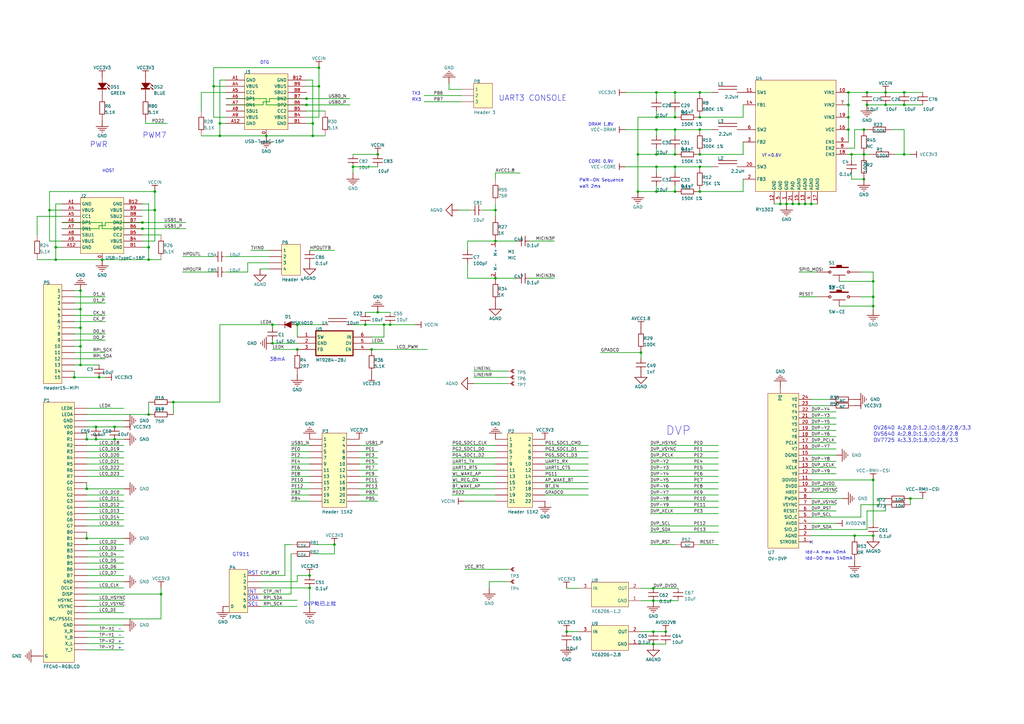
<source format=kicad_sch>
(kicad_sch (version 20211123) (generator eeschema)
  (paper "A3")
  (title_block (date "20211125") (rev "V1.5"))
  (junction (at 232.41 259.08))
  (junction (at 262.89 144.6022))
  (junction (at 347.98 53.1622))
  (junction (at 90.17 55.7022))
  (junction (at 354.33 73.4822))
  (junction (at 35.56 180.1622))
  (junction (at 58.42 93.8022))
  (junction (at 160.02 133.1722))
  (junction (at 287.02 53.1622))
  (junction (at 111.76 140.7922))
  (junction (at 71.12 164.9222))
  (junction (at 269.24 63.3222))
  (junction (at 358.14 196.85))
  (junction (at 46.99 180.1622))
  (junction (at 152.4 143.3322))
  (junction (at 370.84 37.9222))
  (junction (at 40.64 154.7622))
  (junction (at 90.17 50.6222))
  (junction (at 330.2 83.6422))
  (junction (at 276.86 78.5622))
  (junction (at 125.73 40.4622))
  (junction (at 144.78 68.4022))
  (junction (at 203.2 98.8822))
  (junction (at 322.58 83.6422))
  (junction (at 125.73 43.0022))
  (junction (at 358.14 219.71))
  (junction (at 261.62 63.3222))
  (junction (at 347.98 48.0822))
  (junction (at 39.37 175.0822))
  (junction (at 363.22 37.9222))
  (junction (at 287.02 63.3222))
  (junction (at 121.92 143.3322))
  (junction (at 127 241.1222))
  (junction (at 358.14 121.7422))
  (junction (at 269.24 37.9222))
  (junction (at 130.81 27.7622))
  (junction (at 363.22 43.0022))
  (junction (at 327.66 83.6422))
  (junction (at 370.84 63.3222))
  (junction (at 87.63 35.3822))
  (junction (at 358.14 115.3922))
  (junction (at 373.38 204.47))
  (junction (at 332.74 83.6422))
  (junction (at 60.96 106.5022))
  (junction (at 203.2 86.1822))
  (junction (at 287.02 78.5622))
  (junction (at 267.97 246.38))
  (junction (at 267.97 264.16))
  (junction (at 370.84 43.0022))
  (junction (at 63.5 78.5622))
  (junction (at 276.86 68.4022))
  (junction (at 60.96 170.0022))
  (junction (at 287.02 48.0822))
  (junction (at 347.98 43.0022))
  (junction (at 111.76 133.1722))
  (junction (at 30.48 154.7622))
  (junction (at 33.02 126.8222))
  (junction (at 154.94 128.0922))
  (junction (at 137.16 223.3422))
  (junction (at 269.24 68.4022))
  (junction (at 276.86 48.0822))
  (junction (at 276.86 63.3222))
  (junction (at 127 236.0422))
  (junction (at 20.32 86.1822))
  (junction (at 130.81 35.3822))
  (junction (at 109.22 55.7022))
  (junction (at 149.86 133.1722))
  (junction (at 287.02 37.9222))
  (junction (at 276.86 37.9222))
  (junction (at 66.04 243.6622))
  (junction (at 58.42 91.2622))
  (junction (at 33.02 134.4422))
  (junction (at 128.27 50.6222))
  (junction (at 349.25 63.3222))
  (junction (at 46.99 175.0822))
  (junction (at 355.6 37.9222))
  (junction (at 269.24 78.5622))
  (junction (at 358.14 125.5522))
  (junction (at 347.98 37.9222))
  (junction (at 33.02 149.6822))
  (junction (at 157.48 133.1722))
  (junction (at 355.6 43.0022))
  (junction (at 273.05 259.08))
  (junction (at 287.02 68.4022))
  (junction (at 63.5 86.1822))
  (junction (at 22.86 101.4222))
  (junction (at 39.37 180.1622))
  (junction (at 325.12 83.6422))
  (junction (at 276.86 53.1622))
  (junction (at 35.56 220.8022))
  (junction (at 267.97 259.08))
  (junction (at 60.96 101.4222))
  (junction (at 22.86 106.5022))
  (junction (at 33.02 142.0622))
  (junction (at 354.33 53.1622))
  (junction (at 41.91 106.5022))
  (junction (at 154.94 63.3222))
  (junction (at 267.97 241.3))
  (junction (at 269.24 48.0822))
  (junction (at 35.56 200.4822))
  (junction (at 269.24 53.1622))
  (junction (at 261.62 78.5622))
  (junction (at 33.02 119.2022))
  (junction (at 128.27 55.7022))
  (junction (at 350.52 219.71))
  (junction (at 121.92 133.1722))
  (junction (at 203.2 114.1222))
  (junction (at 320.04 83.6422))
  (junction (at 354.33 63.3222))
  (no_connect (at 332.74 222.25))
  (wire (pts (xy 266.7 182.7022) (xy 294.64 182.7022)) (stroke (width 0.254)))
  (wire (pts (xy 30.48 149.6822) (xy 33.02 149.6822)) (stroke (width 0.254)))
  (wire (pts (xy 110.49 40.4622) (xy 125.73 40.4622)) (stroke (width 0.254)))
  (wire (pts (xy 350.52 53.1622) (xy 354.33 53.1622)) (stroke (width 0.254)))
  (wire (pts (xy 50.8 195.4022) (xy 35.56 195.4022)) (stroke (width 0.254)))
  (wire (pts (xy 267.97 264.16) (xy 262.89 264.16)) (stroke (width 0.254)))
  (wire (pts (xy 332.74 179.07) (xy 342.9 179.07)) (stroke (width 0.254)))
  (wire (pts (xy 149.86 133.1722) (xy 157.48 133.1722)) (stroke (width 0.254)))
  (wire (pts (xy 287.02 63.3222) (xy 304.8 63.3222)) (stroke (width 0.254)))
  (wire (pts (xy 266.7 185.2422) (xy 294.64 185.2422)) (stroke (width 0.254)))
  (wire (pts (xy 35.56 200.4822) (xy 50.8 200.4822)) (stroke (width 0.254)))
  (wire (pts (xy 269.24 68.4022) (xy 269.24 70.9422)) (stroke (width 0.254)))
  (wire (pts (xy 128.27 32.8422) (xy 125.73 32.8422)) (stroke (width 0.254)))
  (wire (pts (xy 157.48 138.2522) (xy 152.4 138.2522)) (stroke (width 0.254)))
  (wire (pts (xy 50.8 192.8622) (xy 35.56 192.8622)) (stroke (width 0.254)))
  (wire (pts (xy 332.74 207.01) (xy 342.9 207.01)) (stroke (width 0.254)))
  (wire (pts (xy 358.14 196.85) (xy 358.14 214.63)) (stroke (width 0.254)))
  (wire (pts (xy 58.42 86.1822) (xy 63.5 86.1822)) (stroke (width 0.254)))
  (wire (pts (xy 147.32 187.7822) (xy 154.94 187.7822)) (stroke (width 0.254)))
  (wire (pts (xy 15.24 88.7222) (xy 15.24 96.3422)) (stroke (width 0.254)))
  (wire (pts (xy 35.56 175.0822) (xy 39.37 175.0822)) (stroke (width 0.254)))
  (wire (pts (xy 35.56 180.1622) (xy 39.37 180.1622)) (stroke (width 0.254)))
  (wire (pts (xy 82.55 55.7022) (xy 90.17 55.7022)) (stroke (width 0.254)))
  (wire (pts (xy 347.98 63.3222) (xy 349.25 63.3222)) (stroke (width 0.254)))
  (wire (pts (xy 60.96 83.6422) (xy 58.42 83.6422)) (stroke (width 0.254)))
  (wire (pts (xy 266.7 192.8622) (xy 294.64 192.8622)) (stroke (width 0.254)))
  (wire (pts (xy 276.86 45.5422) (xy 276.86 48.0822)) (stroke (width 0.254)))
  (wire (pts (xy 157.48 133.1722) (xy 157.48 138.2522)) (stroke (width 0.254)))
  (wire (pts (xy 355.6 209.55) (xy 363.22 209.55)) (stroke (width 0.254)))
  (wire (pts (xy 39.37 175.0822) (xy 46.99 175.0822)) (stroke (width 0.254)))
  (wire (pts (xy 144.78 133.1722) (xy 149.86 133.1722)) (stroke (width 0.254)))
  (wire (pts (xy 203.2 86.1822) (xy 203.2 88.7222)) (stroke (width 0.254)))
  (wire (pts (xy 354.33 63.3222) (xy 356.87 63.3222)) (stroke (width 0.254)))
  (wire (pts (xy 50.8 256.3622) (xy 35.56 256.3622)) (stroke (width 0.254)))
  (wire (pts (xy 66.04 243.6622) (xy 66.04 241.1222)) (stroke (width 0.254)))
  (wire (pts (xy 125.73 35.3822) (xy 130.81 35.3822)) (stroke (width 0.254)))
  (wire (pts (xy 304.8 63.3222) (xy 304.8 58.2422)) (stroke (width 0.254)))
  (wire (pts (xy 267.97 259.08) (xy 273.05 259.08)) (stroke (width 0.254)))
  (wire (pts (xy 203.2 197.9422) (xy 185.42 197.9422)) (stroke (width 0.254)))
  (wire (pts (xy 203.2 182.7022) (xy 185.42 182.7022)) (stroke (width 0.254)))
  (wire (pts (xy 30.48 147.1422) (xy 43.18 147.1422)) (stroke (width 0.254)))
  (wire (pts (xy 349.25 63.3222) (xy 354.33 63.3222)) (stroke (width 0.254)))
  (wire (pts (xy 269.24 40.4622) (xy 269.24 37.9222)) (stroke (width 0.254)))
  (wire (pts (xy 50.8 215.7222) (xy 35.56 215.7222)) (stroke (width 0.254)))
  (wire (pts (xy 111.76 140.7922) (xy 121.92 140.7922)) (stroke (width 0.254)))
  (wire (pts (xy 170.18 133.1722) (xy 160.02 133.1722)) (stroke (width 0.254)))
  (wire (pts (xy 25.4 91.2622) (xy 41.91 91.2622)) (stroke (width 0.254)))
  (wire (pts (xy 353.06 212.09) (xy 353.06 207.01)) (stroke (width 0.254)))
  (wire (pts (xy 353.06 121.7422) (xy 358.14 121.7422)) (stroke (width 0.254)))
  (wire (pts (xy 203.2 192.8622) (xy 185.42 192.8622)) (stroke (width 0.254)))
  (wire (pts (xy 189.23 36.6522) (xy 184.15 36.6522)) (stroke (width 0.254)))
  (wire (pts (xy 241.3 185.2422) (xy 223.52 185.2422)) (stroke (width 0.254)))
  (wire (pts (xy 358.14 125.5522) (xy 358.14 126.8222)) (stroke (width 0.254)))
  (wire (pts (xy 269.24 78.5622) (xy 261.62 78.5622)) (stroke (width 0.254)))
  (wire (pts (xy 335.28 111.5822) (xy 327.66 111.5822)) (stroke (width 0.254)))
  (wire (pts (xy 262.89 144.6022) (xy 246.38 144.6022)) (stroke (width 0.254)))
  (wire (pts (xy 276.86 48.0822) (xy 269.24 48.0822)) (stroke (width 0.254)))
  (wire (pts (xy 128.27 55.7022) (xy 128.27 50.6222)) (stroke (width 0.254)))
  (wire (pts (xy 22.86 106.5022) (xy 41.91 106.5022)) (stroke (width 0.254)))
  (wire (pts (xy 130.81 35.3822) (xy 130.81 48.0822)) (stroke (width 0.254)))
  (wire (pts (xy 50.8 230.9622) (xy 35.56 230.9622)) (stroke (width 0.254)))
  (wire (pts (xy 203.2 190.3222) (xy 185.42 190.3222)) (stroke (width 0.254)))
  (wire (pts (xy 191.77 98.8822) (xy 203.2 98.8822)) (stroke (width 0.254)))
  (wire (pts (xy 87.63 27.7622) (xy 130.81 27.7622)) (stroke (width 0.254)))
  (wire (pts (xy 130.81 27.7622) (xy 130.81 35.3822)) (stroke (width 0.254)))
  (wire (pts (xy 355.6 37.9222) (xy 347.98 37.9222)) (stroke (width 0.254)))
  (wire (pts (xy 191.77 107.7722) (xy 191.77 114.1222)) (stroke (width 0.254)))
  (wire (pts (xy 43.18 121.7422) (xy 30.48 121.7422)) (stroke (width 0.254)))
  (wire (pts (xy 125.73 43.0022) (xy 143.51 43.0022)) (stroke (width 0.254)))
  (wire (pts (xy 106.68 238.5822) (xy 121.92 238.5822)) (stroke (width 0.254)))
  (wire (pts (xy 25.4 93.8022) (xy 40.64 93.8022)) (stroke (width 0.254)))
  (wire (pts (xy 322.58 83.6422) (xy 325.12 83.6422)) (stroke (width 0.254)))
  (wire (pts (xy 63.5 86.1822) (xy 63.5 98.8822)) (stroke (width 0.254)))
  (wire (pts (xy 241.3 190.3222) (xy 223.52 190.3222)) (stroke (width 0.254)))
  (wire (pts (xy 58.42 93.8022) (xy 76.2 93.8022)) (stroke (width 0.254)))
  (wire (pts (xy 50.8 241.1222) (xy 35.56 241.1222)) (stroke (width 0.254)))
  (wire (pts (xy 266.7 187.7822) (xy 294.64 187.7822)) (stroke (width 0.254)))
  (wire (pts (xy 50.8 208.1022) (xy 35.56 208.1022)) (stroke (width 0.254)))
  (wire (pts (xy 43.18 91.2622) (xy 58.42 91.2622)) (stroke (width 0.254)))
  (wire (pts (xy 92.71 37.9222) (xy 82.55 37.9222)) (stroke (width 0.254)))
  (wire (pts (xy 20.32 98.8822) (xy 25.4 98.8822)) (stroke (width 0.254)))
  (wire (pts (xy 147.32 197.9422) (xy 154.94 197.9422)) (stroke (width 0.254)))
  (wire (pts (xy 87.63 111.5822) (xy 74.93 111.5822)) (stroke (width 0.254)))
  (wire (pts (xy 332.74 83.6422) (xy 335.28 83.6422)) (stroke (width 0.254)))
  (wire (pts (xy 121.92 238.5822) (xy 121.92 236.0422)) (stroke (width 0.254)))
  (wire (pts (xy 106.68 243.6622) (xy 119.38 243.6622)) (stroke (width 0.254)))
  (wire (pts (xy 276.86 63.3222) (xy 269.24 63.3222)) (stroke (width 0.254)))
  (wire (pts (xy 106.68 248.7422) (xy 121.92 248.7422)) (stroke (width 0.254)))
  (wire (pts (xy 360.68 204.47) (xy 363.22 204.47)) (stroke (width 0.254)))
  (wire (pts (xy 273.05 264.16) (xy 267.97 264.16)) (stroke (width 0.254)))
  (wire (pts (xy 370.84 53.1622) (xy 370.84 63.3222)) (stroke (width 0.254)))
  (wire (pts (xy 50.8 190.3222) (xy 35.56 190.3222)) (stroke (width 0.254)))
  (wire (pts (xy 330.2 83.6422) (xy 332.74 83.6422)) (stroke (width 0.254)))
  (wire (pts (xy 332.74 171.45) (xy 342.9 171.45)) (stroke (width 0.254)))
  (wire (pts (xy 66.04 106.5022) (xy 60.96 106.5022)) (stroke (width 0.254)))
  (wire (pts (xy 110.49 102.6922) (xy 102.87 102.6922)) (stroke (width 0.254)))
  (wire (pts (xy 43.18 136.9822) (xy 30.48 136.9822)) (stroke (width 0.254)))
  (wire (pts (xy 332.74 181.61) (xy 342.9 181.61)) (stroke (width 0.254)))
  (wire (pts (xy 46.99 180.1622) (xy 39.37 180.1622)) (stroke (width 0.254)))
  (wire (pts (xy 116.84 223.3422) (xy 119.38 223.3422)) (stroke (width 0.254)))
  (wire (pts (xy 30.48 119.2022) (xy 33.02 119.2022)) (stroke (width 0.254)))
  (wire (pts (xy 276.86 40.4622) (xy 276.86 37.9222)) (stroke (width 0.254)))
  (wire (pts (xy 59.69 49.3522) (xy 59.69 50.6222)) (stroke (width 0.254)))
  (wire (pts (xy 71.12 164.9222) (xy 90.17 164.9222)) (stroke (width 0.254)))
  (wire (pts (xy 266.7 190.3222) (xy 294.64 190.3222)) (stroke (width 0.254)))
  (wire (pts (xy 237.49 259.08) (xy 232.41 259.08)) (stroke (width 0.254)))
  (wire (pts (xy 332.74 191.77) (xy 342.9 191.77)) (stroke (width 0.254)))
  (wire (pts (xy 133.35 55.7022) (xy 128.27 55.7022)) (stroke (width 0.254)))
  (wire (pts (xy 198.12 86.1822) (xy 203.2 86.1822)) (stroke (width 0.254)))
  (wire (pts (xy 50.8 228.4222) (xy 35.56 228.4222)) (stroke (width 0.254)))
  (wire (pts (xy 20.32 78.5622) (xy 63.5 78.5622)) (stroke (width 0.254)))
  (wire (pts (xy 127 241.1222) (xy 127 248.7422)) (stroke (width 0.254)))
  (wire (pts (xy 363.22 37.9222) (xy 355.6 37.9222)) (stroke (width 0.254)))
  (wire (pts (xy 276.86 37.9222) (xy 287.02 37.9222)) (stroke (width 0.254)))
  (wire (pts (xy 184.15 36.6522) (xy 184.15 34.1122)) (stroke (width 0.254)))
  (wire (pts (xy 127 195.4022) (xy 119.38 195.4022)) (stroke (width 0.254)))
  (wire (pts (xy 63.5 98.8822) (xy 58.42 98.8822)) (stroke (width 0.254)))
  (wire (pts (xy 92.71 40.4622) (xy 109.22 40.4622)) (stroke (width 0.254)))
  (wire (pts (xy 109.22 55.7022) (xy 128.27 55.7022)) (stroke (width 0.254)))
  (wire (pts (xy 121.92 143.3322) (xy 111.76 143.3322)) (stroke (width 0.254)))
  (wire (pts (xy 276.86 70.9422) (xy 276.86 68.4022)) (stroke (width 0.254)))
  (wire (pts (xy 269.24 48.0822) (xy 269.24 45.5422)) (stroke (width 0.254)))
  (wire (pts (xy 109.22 43.0022) (xy 125.73 43.0022)) (stroke (width 0.254)))
  (wire (pts (xy 266.7 210.6422) (xy 294.64 210.6422)) (stroke (width 0.254)))
  (wire (pts (xy 144.78 70.9422) (xy 144.78 68.4022)) (stroke (width 0.254)))
  (wire (pts (xy 363.22 209.55) (xy 363.22 207.01)) (stroke (width 0.254)))
  (wire (pts (xy 261.62 48.0822) (xy 269.24 48.0822)) (stroke (width 0.254)))
  (wire (pts (xy 147.32 195.4022) (xy 154.94 195.4022)) (stroke (width 0.254)))
  (wire (pts (xy 266.7 197.9422) (xy 294.64 197.9422)) (stroke (width 0.254)))
  (wire (pts (xy 50.8 263.9822) (xy 35.56 263.9822)) (stroke (width 0.254)))
  (wire (pts (xy 241.3 182.7022) (xy 223.52 182.7022)) (stroke (width 0.254)))
  (wire (pts (xy 22.86 83.6422) (xy 22.86 101.4222)) (stroke (width 0.254)))
  (wire (pts (xy 358.14 115.3922) (xy 358.14 121.7422)) (stroke (width 0.254)))
  (wire (pts (xy 90.17 55.7022) (xy 90.17 50.6222)) (stroke (width 0.254)))
  (wire (pts (xy 363.22 43.0022) (xy 370.84 43.0022)) (stroke (width 0.254)))
  (wire (pts (xy 269.24 37.9222) (xy 256.54 37.9222)) (stroke (width 0.254)))
  (wire (pts (xy 147.32 185.2422) (xy 154.94 185.2422)) (stroke (width 0.254)))
  (wire (pts (xy 25.4 83.6422) (xy 22.86 83.6422)) (stroke (width 0.254)))
  (wire (pts (xy 87.63 35.3822) (xy 87.63 27.7622)) (stroke (width 0.254)))
  (wire (pts (xy 35.56 218.2622) (xy 35.56 220.8022)) (stroke (width 0.254)))
  (wire (pts (xy 25.4 86.1822) (xy 20.32 86.1822)) (stroke (width 0.254)))
  (wire (pts (xy 217.17 98.8822) (xy 227.33 98.8822)) (stroke (width 0.254)))
  (wire (pts (xy 125.73 40.4622) (xy 143.51 40.4622)) (stroke (width 0.254)))
  (wire (pts (xy 267.97 241.3) (xy 278.13 241.3)) (stroke (width 0.254)))
  (wire (pts (xy 60.96 101.4222) (xy 60.96 83.6422)) (stroke (width 0.254)))
  (wire (pts (xy 43.18 131.9022) (xy 30.48 131.9022)) (stroke (width 0.254)))
  (wire (pts (xy 147.32 192.8622) (xy 154.94 192.8622)) (stroke (width 0.254)))
  (wire (pts (xy 144.78 68.4022) (xy 154.94 68.4022)) (stroke (width 0.254)))
  (wire (pts (xy 35.56 220.8022) (xy 50.8 220.8022)) (stroke (width 0.254)))
  (wire (pts (xy 50.8 225.8822) (xy 35.56 225.8822)) (stroke (width 0.254)))
  (wire (pts (xy 292.1 68.4022) (xy 287.02 68.4022)) (stroke (width 0.254)))
  (wire (pts (xy 71.12 170.0022) (xy 71.12 164.9222)) (stroke (width 0.254)))
  (wire (pts (xy 241.3 203.0222) (xy 223.52 203.0222)) (stroke (width 0.254)))
  (wire (pts (xy 41.91 106.5022) (xy 60.96 106.5022)) (stroke (width 0.254)))
  (wire (pts (xy 87.63 105.2322) (xy 74.93 105.2322)) (stroke (width 0.254)))
  (wire (pts (xy 367.03 63.3222) (xy 370.84 63.3222)) (stroke (width 0.254)))
  (wire (pts (xy 223.52 197.9422) (xy 241.3 197.9422)) (stroke (width 0.254)))
  (wire (pts (xy 269.24 68.4022) (xy 256.54 68.4022)) (stroke (width 0.254)))
  (wire (pts (xy 127 203.0222) (xy 119.38 203.0222)) (stroke (width 0.254)))
  (wire (pts (xy 82.55 37.9222) (xy 82.55 45.5422)) (stroke (width 0.254)))
  (wire (pts (xy 349.25 70.9422) (xy 349.25 73.4822)) (stroke (width 0.254)))
  (wire (pts (xy 261.62 63.3222) (xy 261.62 48.0822)) (stroke (width 0.254)))
  (wire (pts (xy 109.22 40.4622) (xy 109.22 43.0022)) (stroke (width 0.254)))
  (wire (pts (xy 332.74 173.99) (xy 342.9 173.99)) (stroke (width 0.254)))
  (wire (pts (xy 121.92 236.0422) (xy 127 236.0422)) (stroke (width 0.254)))
  (wire (pts (xy 320.04 83.6422) (xy 322.58 83.6422)) (stroke (width 0.254)))
  (wire (pts (xy 154.94 128.0922) (xy 149.86 128.0922)) (stroke (width 0.254)))
  (wire (pts (xy 127 182.7022) (xy 119.38 182.7022)) (stroke (width 0.254)))
  (wire (pts (xy 365.76 53.1622) (xy 370.84 53.1622)) (stroke (width 0.254)))
  (wire (pts (xy 20.32 86.1822) (xy 20.32 78.5622)) (stroke (width 0.254)))
  (wire (pts (xy 287.02 68.4022) (xy 276.86 68.4022)) (stroke (width 0.254)))
  (wire (pts (xy 189.23 41.7322) (xy 173.99 41.7322)) (stroke (width 0.254)))
  (wire (pts (xy 33.02 134.4422) (xy 33.02 142.0622)) (stroke (width 0.254)))
  (wire (pts (xy 147.32 205.5622) (xy 154.94 205.5622)) (stroke (width 0.254)))
  (wire (pts (xy 266.7 195.4022) (xy 294.64 195.4022)) (stroke (width 0.254)))
  (wire (pts (xy 50.8 238.5822) (xy 35.56 238.5822)) (stroke (width 0.254)))
  (wire (pts (xy 101.6 107.7722) (xy 110.49 107.7722)) (stroke (width 0.254)))
  (wire (pts (xy 332.74 194.31) (xy 342.9 194.31)) (stroke (width 0.254)))
  (wire (pts (xy 90.17 32.8422) (xy 90.17 50.6222)) (stroke (width 0.254)))
  (wire (pts (xy 276.86 53.1622) (xy 269.24 53.1622)) (stroke (width 0.254)))
  (wire (pts (xy 267.97 246.38) (xy 278.13 246.38)) (stroke (width 0.254)))
  (wire (pts (xy 325.12 83.6422) (xy 327.66 83.6422)) (stroke (width 0.254)))
  (wire (pts (xy 22.86 101.4222) (xy 25.4 101.4222)) (stroke (width 0.254)))
  (wire (pts (xy 107.95 43.0022) (xy 107.95 41.7322)) (stroke (width 0.254)))
  (wire (pts (xy 208.28 238.5822) (xy 200.66 238.5822)) (stroke (width 0.254)))
  (wire (pts (xy 66.04 253.8222) (xy 66.04 243.6622)) (stroke (width 0.254)))
  (wire (pts (xy 266.7 200.4822) (xy 294.64 200.4822)) (stroke (width 0.254)))
  (wire (pts (xy 266.7 215.7222) (xy 294.64 215.7222)) (stroke (width 0.254)))
  (wire (pts (xy 111.76 134.4422) (xy 111.76 133.1722)) (stroke (width 0.254)))
  (wire (pts (xy 50.8 185.2422) (xy 35.56 185.2422)) (stroke (width 0.254)))
  (wire (pts (xy 241.3 187.7822) (xy 223.52 187.7822)) (stroke (width 0.254)))
  (wire (pts (xy 212.09 98.8822) (xy 203.2 98.8822)) (stroke (width 0.254)))
  (wire (pts (xy 200.66 238.5822) (xy 200.66 241.1222)) (stroke (width 0.254)))
  (wire (pts (xy 276.86 76.0222) (xy 276.86 78.5622)) (stroke (width 0.254)))
  (wire (pts (xy 92.71 35.3822) (xy 87.63 35.3822)) (stroke (width 0.254)))
  (wire (pts (xy 276.86 78.5622) (xy 269.24 78.5622)) (stroke (width 0.254)))
  (wire (pts (xy 353.06 111.5822) (xy 358.14 111.5822)) (stroke (width 0.254)))
  (wire (pts (xy 269.24 63.3222) (xy 269.24 60.7822)) (stroke (width 0.254)))
  (wire (pts (xy 35.56 197.9422) (xy 35.56 200.4822)) (stroke (width 0.254)))
  (wire (pts (xy 58.42 91.2622) (xy 76.2 91.2622)) (stroke (width 0.254)))
  (wire (pts (xy 111.76 139.5222) (xy 111.76 140.7922)) (stroke (width 0.254)))
  (wire (pts (xy 127 205.5622) (xy 119.38 205.5622)) (stroke (width 0.254)))
  (wire (pts (xy 43.18 129.3622) (xy 30.48 129.3622)) (stroke (width 0.254)))
  (wire (pts (xy 266.7 203.0222) (xy 294.64 203.0222)) (stroke (width 0.254)))
  (wire (pts (xy 147.32 190.3222) (xy 154.94 190.3222)) (stroke (width 0.254)))
  (wire (pts (xy 111.76 133.1722) (xy 114.3 133.1722)) (stroke (width 0.254)))
  (wire (pts (xy 127 197.9422) (xy 119.38 197.9422)) (stroke (width 0.254)))
  (wire (pts (xy 267.97 246.38) (xy 262.89 246.38)) (stroke (width 0.254)))
  (wire (pts (xy 20.32 86.1822) (xy 20.32 98.8822)) (stroke (width 0.254)))
  (wire (pts (xy 60.96 101.4222) (xy 58.42 101.4222)) (stroke (width 0.254)))
  (wire (pts (xy 116.84 236.0422) (xy 116.84 223.3422)) (stroke (width 0.254)))
  (wire (pts (xy 40.64 93.8022) (xy 40.64 92.5322)) (stroke (width 0.254)))
  (wire (pts (xy 287.02 78.5622) (xy 304.8 78.5622)) (stroke (width 0.254)))
  (wire (pts (xy 101.6 111.5822) (xy 101.6 107.7722)) (stroke (width 0.254)))
  (wire (pts (xy 353.06 207.01) (xy 360.68 207.01)) (stroke (width 0.254)))
  (wire (pts (xy 332.74 201.93) (xy 342.9 201.93)) (stroke (width 0.254)))
  (wire (pts (xy 266.7 208.1022) (xy 294.64 208.1022)) (stroke (width 0.254)))
  (wire (pts (xy 144.78 63.3222) (xy 154.94 63.3222)) (stroke (width 0.254)))
  (wire (pts (xy 203.2 185.2422) (xy 185.42 185.2422)) (stroke (width 0.254)))
  (wire (pts (xy 276.86 223.3422) (xy 266.7 223.3422)) (stroke (width 0.254)))
  (wire (pts (xy 50.8 223.3422) (xy 35.56 223.3422)) (stroke (width 0.254)))
  (wire (pts (xy 332.74 217.17) (xy 355.6 217.17)) (stroke (width 0.254)))
  (wire (pts (xy 87.63 48.0822) (xy 92.71 48.0822)) (stroke (width 0.254)))
  (wire (pts (xy 128.27 50.6222) (xy 128.27 32.8422)) (stroke (width 0.254)))
  (wire (pts (xy 50.8 205.5622) (xy 35.56 205.5622)) (stroke (width 0.254)))
  (wire (pts (xy 15.24 106.5022) (xy 22.86 106.5022)) (stroke (width 0.254)))
  (wire (pts (xy 50.8 180.1622) (xy 46.99 180.1622)) (stroke (width 0.254)))
  (wire (pts (xy 43.18 92.5322) (xy 43.18 91.2622)) (stroke (width 0.254)))
  (wire (pts (xy 332.74 219.71) (xy 350.52 219.71)) (stroke (width 0.254)))
  (wire (pts (xy 370.84 43.0022) (xy 378.46 43.0022)) (stroke (width 0.254)))
  (wire (pts (xy 22.86 106.5022) (xy 22.86 101.4222)) (stroke (width 0.254)))
  (wire (pts (xy 40.64 154.7622) (xy 43.18 154.7622)) (stroke (width 0.254)))
  (wire (pts (xy 125.73 45.5422) (xy 133.35 45.5422)) (stroke (width 0.254)))
  (wire (pts (xy 106.68 236.0422) (xy 116.84 236.0422)) (stroke (width 0.254)))
  (wire (pts (xy 269.24 63.3222) (xy 261.62 63.3222)) (stroke (width 0.254)))
  (wire (pts (xy 50.8 258.9022) (xy 35.56 258.9022)) (stroke (width 0.254)))
  (wire (pts (xy 203.2 83.6422) (xy 203.2 86.1822)) (stroke (width 0.254)))
  (wire (pts (xy 332.74 204.47) (xy 345.44 204.47)) (stroke (width 0.254)))
  (wire (pts (xy 33.02 119.2022) (xy 33.02 126.8222)) (stroke (width 0.254)))
  (wire (pts (xy 30.48 134.4422) (xy 33.02 134.4422)) (stroke (width 0.254)))
  (wire (pts (xy 203.2 195.4022) (xy 185.42 195.4022)) (stroke (width 0.254)))
  (wire (pts (xy 335.28 121.7422) (xy 327.66 121.7422)) (stroke (width 0.254)))
  (wire (pts (xy 119.38 243.6622) (xy 119.38 227.1522)) (stroke (width 0.254)))
  (wire (pts (xy 43.18 139.5222) (xy 30.48 139.5222)) (stroke (width 0.254)))
  (wire (pts (xy 58.42 96.3422) (xy 66.04 96.3422)) (stroke (width 0.254)))
  (wire (pts (xy 287.02 223.3422) (xy 294.64 223.3422)) (stroke (width 0.254)))
  (wire (pts (xy 92.71 43.0022) (xy 107.95 43.0022)) (stroke (width 0.254)))
  (wire (pts (xy 355.6 217.17) (xy 355.6 209.55)) (stroke (width 0.254)))
  (wire (pts (xy 360.68 207.01) (xy 360.68 204.47)) (stroke (width 0.254)))
  (wire (pts (xy 237.49 241.3) (xy 232.41 241.3)) (stroke (width 0.254)))
  (wire (pts (xy 276.86 53.1622) (xy 287.02 53.1622)) (stroke (width 0.254)))
  (wire (pts (xy 41.91 93.8022) (xy 58.42 93.8022)) (stroke (width 0.254)))
  (wire (pts (xy 90.17 133.1722) (xy 111.76 133.1722)) (stroke (width 0.254)))
  (wire (pts (xy 50.8 233.5022) (xy 35.56 233.5022)) (stroke (width 0.254)))
  (wire (pts (xy 223.52 195.4022) (xy 241.3 195.4022)) (stroke (width 0.254)))
  (wire (pts (xy 363.22 37.9222) (xy 370.84 37.9222)) (stroke (width 0.254)))
  (wire (pts (xy 203.2 70.9422) (xy 213.36 70.9422)) (stroke (width 0.254)))
  (wire (pts (xy 33.02 126.8222) (xy 30.48 126.8222)) (stroke (width 0.254)))
  (wire (pts (xy 147.32 200.4822) (xy 154.94 200.4822)) (stroke (width 0.254)))
  (wire (pts (xy 46.99 175.0822) (xy 50.8 175.0822)) (stroke (width 0.254)))
  (wire (pts (xy 92.71 111.5822) (xy 101.6 111.5822)) (stroke (width 0.254)))
  (wire (pts (xy 43.18 124.2822) (xy 30.48 124.2822)) (stroke (width 0.254)))
  (wire (pts (xy 317.5 83.6422) (xy 320.04 83.6422)) (stroke (width 0.254)))
  (wire (pts (xy 92.71 32.8422) (xy 90.17 32.8422)) (stroke (width 0.254)))
  (wire (pts (xy 160.02 128.0922) (xy 154.94 128.0922)) (stroke (width 0.254)))
  (wire (pts (xy 137.16 227.1522) (xy 129.54 227.1522)) (stroke (width 0.254)))
  (wire (pts (xy 137.16 223.3422) (xy 137.16 227.1522)) (stroke (width 0.254)))
  (wire (pts (xy 332.74 176.53) (xy 342.9 176.53)) (stroke (width 0.254)))
  (wire (pts (xy 344.17 125.5522) (xy 358.14 125.5522)) (stroke (width 0.254)))
  (wire (pts (xy 208.28 233.5022) (xy 190.5 233.5022)) (stroke (width 0.254)))
  (wire (pts (xy 87.63 35.3822) (xy 87.63 48.0822)) (stroke (width 0.254)))
  (wire (pts (xy 203.2 73.4822) (xy 203.2 70.9422)) (stroke (width 0.254)))
  (wire (pts (xy 358.14 111.5822) (xy 358.14 115.3922)) (stroke (width 0.254)))
  (wire (pts (xy 194.31 157.3022) (xy 208.28 157.3022)) (stroke (width 0.254)))
  (wire (pts (xy 276.86 68.4022) (xy 269.24 68.4022)) (stroke (width 0.254)))
  (wire (pts (xy 203.2 200.4822) (xy 185.42 200.4822)) (stroke (width 0.254)))
  (wire (pts (xy 350.52 219.71) (xy 358.14 219.71)) (stroke (width 0.254)))
  (wire (pts (xy 127 185.2422) (xy 119.38 185.2422)) (stroke (width 0.254)))
  (wire (pts (xy 160.02 133.1722) (xy 157.48 133.1722)) (stroke (width 0.254)))
  (wire (pts (xy 332.74 186.69) (xy 342.9 186.69)) (stroke (width 0.254)))
  (wire (pts (xy 347.98 60.7822) (xy 350.52 60.7822)) (stroke (width 0.254)))
  (wire (pts (xy 241.3 192.8622) (xy 223.52 192.8622)) (stroke (width 0.254)))
  (wire (pts (xy 208.28 154.7622) (xy 194.31 154.7622)) (stroke (width 0.254)))
  (wire (pts (xy 262.89 259.08) (xy 267.97 259.08)) (stroke (width 0.254)))
  (wire (pts (xy 370.84 37.9222) (xy 378.46 37.9222)) (stroke (width 0.254)))
  (wire (pts (xy 304.8 48.0822) (xy 304.8 43.0022)) (stroke (width 0.254)))
  (wire (pts (xy 110.49 41.7322) (xy 110.49 40.4622)) (stroke (width 0.254)))
  (wire (pts (xy 33.02 126.8222) (xy 33.02 134.4422)) (stroke (width 0.254)))
  (wire (pts (xy 152.4 143.3322) (xy 175.26 143.3322)) (stroke (width 0.254)))
  (wire (pts (xy 373.38 207.01) (xy 373.38 204.47)) (stroke (width 0.254)))
  (wire (pts (xy 276.86 55.7022) (xy 276.86 53.1622)) (stroke (width 0.254)))
  (wire (pts (xy 50.8 187.7822) (xy 35.56 187.7822)) (stroke (width 0.254)))
  (wire (pts (xy 41.91 91.2622) (xy 41.91 93.8022)) (stroke (width 0.254)))
  (wire (pts (xy 33.02 142.0622) (xy 30.48 142.0622)) (stroke (width 0.254)))
  (wire (pts (xy 33.02 149.6822) (xy 40.64 149.6822)) (stroke (width 0.254)))
  (wire (pts (xy 269.24 78.5622) (xy 269.24 76.0222)) (stroke (width 0.254)))
  (wire (pts (xy 35.56 243.6622) (xy 66.04 243.6622)) (stroke (width 0.254)))
  (wire (pts (xy 147.32 203.0222) (xy 154.94 203.0222)) (stroke (width 0.254)))
  (wire (pts (xy 60.96 164.9222) (xy 60.96 170.0022)) (stroke (width 0.254)))
  (wire (pts (xy 203.2 187.7822) (xy 185.42 187.7822)) (stroke (width 0.254)))
  (wire (pts (xy 121.92 133.1722) (xy 121.92 138.2522)) (stroke (width 0.254)))
  (wire (pts (xy 370.84 63.3222) (xy 373.38 63.3222)) (stroke (width 0.254)))
  (wire (pts (xy 203.2 114.1222) (xy 212.09 114.1222)) (stroke (width 0.254)))
  (wire (pts (xy 203.2 203.0222) (xy 185.42 203.0222)) (stroke (width 0.254)))
  (wire (pts (xy 50.8 246.2022) (xy 35.56 246.2022)) (stroke (width 0.254)))
  (wire (pts (xy 30.48 154.7622) (xy 40.64 154.7622)) (stroke (width 0.254)))
  (wire (pts (xy 106.68 246.2022) (xy 121.92 246.2022)) (stroke (width 0.254)))
  (wire (pts (xy 90.17 164.9222) (xy 90.17 133.1722)) (stroke (width 0.254)))
  (wire (pts (xy 332.74 209.55) (xy 342.9 209.55)) (stroke (width 0.254)))
  (wire (pts (xy 35.56 253.8222) (xy 66.04 253.8222)) (stroke (width 0.254)))
  (wire (pts (xy 127 192.8622) (xy 119.38 192.8622)) (stroke (width 0.254)))
  (wire (pts (xy 50.8 203.0222) (xy 35.56 203.0222)) (stroke (width 0.254)))
  (wire (pts (xy 358.14 121.7422) (xy 358.14 125.5522)) (stroke (width 0.254)))
  (wire (pts (xy 191.77 102.6922) (xy 191.77 98.8822)) (stroke (width 0.254)))
  (wire (pts (xy 50.8 213.1822) (xy 35.56 213.1822)) (stroke (width 0.254)))
  (wire (pts (xy 50.8 251.2822) (xy 35.56 251.2822)) (stroke (width 0.254)))
  (wire (pts (xy 332.74 199.39) (xy 342.9 199.39)) (stroke (width 0.254)))
  (wire (pts (xy 304.8 78.5622) (xy 304.8 73.4822)) (stroke (width 0.254)))
  (wire (pts (xy 347.98 48.0822) (xy 347.98 53.1622)) (stroke (width 0.254)))
  (wire (pts (xy 132.08 133.1722) (xy 121.92 133.1722)) (stroke (width 0.254)))
  (wire (pts (xy 217.17 114.1222) (xy 227.33 114.1222)) (stroke (width 0.254)))
  (wire (pts (xy 266.7 205.5622) (xy 294.64 205.5622)) (stroke (width 0.254)))
  (wire (pts (xy 332.74 168.91) (xy 342.9 168.91)) (stroke (width 0.254)))
  (wire (pts (xy 110.49 110.3122) (xy 106.68 110.3122)) (stroke (width 0.254)))
  (wire (pts (xy 256.54 53.1622) (xy 269.24 53.1622)) (stroke (width 0.254)))
  (wire (pts (xy 92.71 105.2322) (xy 110.49 105.2322)) (stroke (width 0.254)))
  (wire (pts (xy 127 187.7822) (xy 119.38 187.7822)) (stroke (width 0.254)))
  (wire (pts (xy 203.2 205.5622) (xy 190.5 205.5622)) (stroke (width 0.254)))
  (wire (pts (xy 106.68 241.1222) (xy 127 241.1222)) (stroke (width 0.254)))
  (wire (pts (xy 35.56 182.7022) (xy 50.8 182.7022)) (stroke (width 0.254)))
  (wire (pts (xy 208.28 152.2222) (xy 194.31 152.2222)) (stroke (width 0.254)))
  (wire (pts (xy 349.25 65.8622) (xy 349.25 63.3222)) (stroke (width 0.254)))
  (wire (pts (xy 127 190.3222) (xy 119.38 190.3222)) (stroke (width 0.254)))
  (wire (pts (xy 347.98 37.9222) (xy 347.98 43.0022)) (stroke (width 0.254)))
  (wire (pts (xy 191.77 114.1222) (xy 203.2 114.1222)) (stroke (width 0.254)))
  (wire (pts (xy 30.48 144.6022) (xy 43.18 144.6022)) (stroke (width 0.254)))
  (wire (pts (xy 40.64 92.5322) (xy 43.18 92.5322)) (stroke (width 0.254)))
  (wire (pts (xy 347.98 53.1622) (xy 347.98 58.2422)) (stroke (width 0.254)))
  (wire (pts (xy 354.33 53.1622) (xy 355.6 53.1622)) (stroke (width 0.254)))
  (wire (pts (xy 287.02 48.0822) (xy 304.8 48.0822)) (stroke (width 0.254)))
  (wire (pts (xy 50.8 167.4622) (xy 35.56 167.4622)) (stroke (width 0.254)))
  (wire (pts (xy 60.96 106.5022) (xy 60.96 101.4222)) (stroke (width 0.254)))
  (wire (pts (xy 127 200.4822) (xy 119.38 200.4822)) (stroke (width 0.254)))
  (wire (pts (xy 287.02 53.1622) (xy 292.1 53.1622)) (stroke (width 0.254)))
  (wire (pts (xy 33.02 149.6822) (xy 33.02 142.0622)) (stroke (width 0.254)))
  (wire (pts (xy 59.69 50.6222) (xy 68.58 50.6222)) (stroke (width 0.254)))
  (wire (pts (xy 50.8 236.0422) (xy 35.56 236.0422)) (stroke (width 0.254)))
  (wire (pts (xy 332.74 163.83) (xy 340.36 163.83)) (stroke (width 0.254)))
  (wire (pts (xy 50.8 261.4422) (xy 35.56 261.4422)) (stroke (width 0.254)))
  (wire (pts (xy 349.25 73.4822) (xy 354.33 73.4822)) (stroke (width 0.254)))
  (wire (pts (xy 350.52 60.7822) (xy 350.52 53.1622)) (stroke (width 0.254)))
  (wire (pts (xy 152.4 140.7922) (xy 157.48 140.7922)) (stroke (width 0.254)))
  (wire (pts (xy 332.74 212.09) (xy 353.06 212.09)) (stroke (width 0.254)))
  (wire (pts (xy 189.23 39.1922) (xy 173.99 39.1922)) (stroke (width 0.254)))
  (wire (pts (xy 90.17 55.7022) (xy 109.22 55.7022)) (stroke (width 0.254)))
  (wire (pts (xy 344.17 115.3922) (xy 358.14 115.3922)) (stroke (width 0.254)))
  (wire (pts (xy 269.24 37.9222) (xy 276.86 37.9222)) (stroke (width 0.254)))
  (wire (pts (xy 130.81 48.0822) (xy 125.73 48.0822)) (stroke (width 0.254)))
  (wire (pts (xy 332.74 196.85) (xy 358.14 196.85)) (stroke (width 0.254)))
  (wire (pts (xy 287.02 37.9222) (xy 292.1 37.9222)) (stroke (width 0.254)))
  (wire (pts (xy 347.98 43.0022) (xy 347.98 48.0822)) (stroke (width 0.254)))
  (wire (pts (xy 276.86 60.7822) (xy 276.86 63.3222)) (stroke (width 0.254)))
  (wire (pts (xy 261.62 78.5622) (xy 261.62 63.3222)) (stroke (width 0.254)))
  (wire (pts (xy 193.04 86.1822) (xy 187.96 86.1822)) (stroke (width 0.254)))
  (wire (pts (xy 35.56 177.6222) (xy 35.56 180.1622)) (stroke (width 0.254)))
  (wire (pts (xy 262.89 241.3) (xy 267.97 241.3)) (stroke (width 0.254)))
  (wire (pts (xy 90.17 50.6222) (xy 92.71 50.6222)) (stroke (width 0.254)))
  (wire (pts (xy 129.54 223.3422) (xy 137.16 223.3422)) (stroke (width 0.254)))
  (wire (pts (xy 107.95 41.7322) (xy 110.49 41.7322)) (stroke (width 0.254)))
  (wire (pts (xy 25.4 88.7222) (xy 15.24 88.7222)) (stroke (width 0.254)))
  (wire (pts (xy 50.8 248.7422) (xy 35.56 248.7422)) (stroke (width 0.254)))
  (wire (pts (xy 63.5 78.5622) (xy 63.5 86.1822)) (stroke (width 0.254)))
  (wire (pts (xy 30.48 152.2222) (xy 30.48 154.7622)) (stroke (width 0.254)))
  (wire (pts (xy 355.6 43.0022) (xy 363.22 43.0022)) (stroke (width 0.254)))
  (wire (pts (xy 266.7 218.2622) (xy 294.64 218.2622)) (stroke (width 0.254)))
  (wire (pts (xy 50.8 210.6422) (xy 35.56 210.6422)) (stroke (width 0.254)))
  (wire (pts (xy 128.27 50.6222) (xy 125.73 50.6222)) (stroke (width 0.254)))
  (wire (pts (xy 340.36 166.37) (xy 332.74 166.37)) (stroke (width 0.254)))
  (wire (pts (xy 223.52 200.4822) (xy 241.3 200.4822)) (stroke (width 0.254)))
  (wire (pts (xy 332.74 184.15) (xy 342.9 184.15)) (stroke (width 0.254)))
  (wire (pts (xy 127 102.6922) (xy 137.16 102.6922)) (stroke (width 0.254)))
  (wire (pts (xy 332.74 214.63) (xy 342.9 214.63)) (stroke (width 0.254)))
  (wire (pts (xy 332.74 189.23) (xy 342.9 189.23)) (stroke (width 0.254)))
  (wire (pts (xy 50.8 172.5422) (xy 35.56 172.5422)) (stroke (width 0.254)))
  (wire (pts (xy 60.96 170.0022) (xy 35.56 170.0022)) (stroke (width 0.254)))
  (wire (pts (xy 262.89 147.1422) (xy 262.89 144.6022)) (stroke (width 0.254)))
  (wire (pts (xy 50.8 266.5222) (xy 35.56 266.5222)) (stroke (width 0.254)))
  (wire (pts (xy 147.32 182.7022) (xy 154.94 182.7022)) (stroke (width 0.254)))
  (wire (pts (xy 327.66 83.6422) (xy 330.2 83.6422)) (stroke (width 0.254)))
  (wire (pts (xy 269.24 53.1622) (xy 269.24 55.7022)) (stroke (width 0.254)))
  (wire (pts (xy 373.38 204.47) (xy 378.46 204.47)) (stroke (width 0.254)))
  (text "PWR" (at 36.83 60.7822 180) (effects (font (size 2.286 2.286)) (justify left bottom)))
  (text "CORE 0.9V" (at 241.3 67.1322 180) (effects (font (size 1.27 1.27)) (justify left bottom)))
  (text "-" (at 48.26 261.4422 180) (effects (font (size 1.27 1.27)) (justify left bottom)))
  (text "38mA" (at 110.49 148.4122 180) (effects (font (size 1.524 1.524)) (justify left bottom)))
  (text "OV7725 A:3.3,D:1.8,IO:2.8/3.3" (at 358.14 181.61 180) (effects (font (size 1.524 1.524)) (justify left bottom)))
  (text "INT" (at 101.6 243.6622 180) (effects (font (size 1.524 1.524)) (justify left bottom)))
  (text "RX3" (at 168.91 41.7322 180) (effects (font (size 1.27 1.27)) (justify left bottom)))
  (text "+" (at 48.26 266.5222 180) (effects (font (size 1.27 1.27)) (justify left bottom)))
  (text "OTG" (at 106.68 26.4922 180) (effects (font (size 1.27 1.27)) (justify left bottom)))
  (text "OV5640 A:2.8,D:1.5,IO:1.8/2.8" (at 358.14 179.07 180) (effects (font (size 1.524 1.524)) (justify left bottom)))
  (text "OV2640 A:2.8,D:1.2,IO:1.8/2.8/3.3" (at 358.14 176.53 180) (effects (font (size 1.524 1.524)) (justify left bottom)))
  (text "Idd-A max 40mA" (at 330.2 227.33 180) (effects (font (size 1.27 1.27)) (justify left bottom)))
  (text "HOST" (at 41.91 70.9422 180) (effects (font (size 1.27 1.27)) (justify left bottom)))
  (text "PWR-ON Sequence" (at 237.49 74.7522 180) (effects (font (size 1.27 1.27)) (justify left bottom)))
  (text "TX3" (at 168.91 39.1922 180) (effects (font (size 1.27 1.27)) (justify left bottom)))
  (text "VF=0.6V" (at 312.42 64.5922 180) (effects (font (size 1.27 1.27)) (justify left bottom)))
  (text "-" (at 48.26 258.9022 180) (effects (font (size 1.27 1.27)) (justify left bottom)))
  (text "+" (at 48.26 263.9822 180) (effects (font (size 1.27 1.27)) (justify left bottom)))
  (text "wait 2ms" (at 237.49 77.2922 180) (effects (font (size 1.27 1.27)) (justify left bottom)))
  (text "SCL" (at 101.6 248.7422 180) (effects (font (size 1.524 1.524)) (justify left bottom)))
  (text "PWM7" (at 58.42 56.9722 180) (effects (font (size 2.286 2.286)) (justify left bottom)))
  (text "DRAM 1.8V" (at 241.3 51.8922 180) (effects (font (size 1.27 1.27)) (justify left bottom)))
  (text "DVP" (at 273.05 178.8922 180) (effects (font (size 3.556 3.556)) (justify left bottom)))
  (text "SDA" (at 101.6 246.2022 180) (effects (font (size 1.524 1.524)) (justify left bottom)))
  (text "UART3 CONSOLE" (at 204.47 41.7322 180) (effects (font (size 2.286 2.286)) (justify left bottom)))
  (text "RST" (at 101.6 236.0422 180) (effects (font (size 1.524 1.524)) (justify left bottom)))
  (text "GT911" (at 95.25 228.4222 180) (effects (font (size 1.524 1.524)) (justify left bottom)))
  (text "Idd-DO max 140mA" (at 330.2 229.87 180) (effects (font (size 1.27 1.27)) (justify left bottom)))
  (text "DVP处已上拉" (at 124.46 248.7422 180) (effects (font (size 1.524 1.524)) (justify left bottom)))
  (label "LINEINL" (at 194.31 152.2222 0))
  (label "BT_EN" (at 223.52 200.4822 0))
  (label "PD22" (at 185.42 203.0222 0))
  (label "UART1_RX" (at 223.52 190.3222 0))
  (label "DVP_DVDD" (at 267.97 241.3 0))
  (label "PD22" (at 62.23 50.6222 0))
  (label "AP_WAKE_BT" (at 223.52 197.9422 0))
  (label "PE0" (at 119.38 185.2422 0))
  (label "PE12" (at 284.48 215.7222 0))
  (label "LCD_D2" (at 40.64 223.3422 0))
  (label "LCD_D5" (at 40.64 230.9622 0))
  (label "AVCC1.8" (at 203.2 70.9422 0))
  (label "DVP_XCLK" (at 266.7 210.6422 0))
  (label "MICIN3P" (at 219.71 98.8822 0))
  (label "PE12" (at 119.38 200.4822 0))
  (label "TVIN0" (at 102.87 102.6922 0))
  (label "PE7" (at 149.86 192.8622 0))
  (label "TP-Y2" (at 40.64 266.5222 0))
  (label "DVP_SDA" (at 332.74 217.17 0))
  (label "LEDA" (at 106.68 133.1722 0))
  (label "PE4" (at 119.38 190.3222 0))
  (label "DVP-Y8" (at 332.74 189.23 0))
  (label "LCD_D7" (at 40.64 236.0422 0))
  (label "DVP-Y2" (at 266.7 190.3222 0))
  (label "PB2" (at 119.38 203.0222 0))
  (label "DVP-Y4" (at 266.7 195.4022 0))
  (label "PG0_SDC1_CLK" (at 185.42 182.7022 0))
  (label "PE5" (at 284.48 192.8622 0))
  (label "PG11" (at 223.52 195.4022 0))
  (label "LCD_D4" (at 40.64 228.4222 0))
  (label "RPI_SDA" (at 107.95 246.2022 0))
  (label "HPOUTR" (at 74.93 111.5822 0))
  (label "RPI_SDA" (at 38.1 147.1422 0))
  (label "RPI_SCK" (at 38.1 144.6022 0))
  (label "DVP-Y4" (at 332.74 168.91 0))
  (label "D1_P" (at 38.1 124.2822 0))
  (label "CTP_INT" (at 107.95 243.6622 0))
  (label "PE10" (at 119.38 197.9422 0))
  (label "PG1_SDC1_CMD" (at 223.52 182.7022 0))
  (label "DVP-Y5" (at 332.74 173.99 0))
  (label "LCD_D14" (at 40.64 213.1822 0))
  (label "LCD_D19" (at 40.64 185.2422 0))
  (label "LCD_HSYNC" (at 40.64 246.2022 0))
  (label "DVP-Y7" (at 332.74 184.15 0))
  (label "MICIN3N" (at 219.71 114.1222 0))
  (label "DVP_DVDD" (at 332.74 199.39 0))
  (label "DVP_XCLK" (at 332.74 191.77 0))
  (label "USB1_P" (at 67.31 93.8022 0))
  (label "PE10" (at 284.48 205.5622 0))
  (label "LCD_D23" (at 40.64 195.4022 0))
  (label "LCD_D15" (at 40.64 215.7222 0))
  (label "LINEINR" (at 194.31 154.7622 0))
  (label "CK_P" (at 38.1 131.9022 0))
  (label "PE3" (at 284.48 210.6422 0))
  (label "PE5" (at 149.86 190.3222 0))
  (label "D0_P" (at 38.1 139.5222 0))
  (label "LEDK" (at 111.76 143.3322 0))
  (label "PE8" (at 284.48 200.4822 0))
  (label "LCD_CLK" (at 40.64 241.1222 0))
  (label "DVP_VSYNC" (at 332.74 207.01 0))
  (label "PG3_SDC1_D1" (at 223.52 185.2422 0))
  (label "DVP_RST" (at 266.7 223.3422 0))
  (label "GPADC0" (at 246.38 144.6022 0))
  (label "UART1_CTS" (at 223.52 192.8622 0))
  (label "PE4" (at 284.48 190.3222 0))
  (label "LCD_D22" (at 40.64 192.8622 0))
  (label "DVP_PCLK" (at 266.7 187.7822 0))
  (label "PG4_SDC1_D2" (at 185.42 187.7822 0))
  (label "RESET" (at 327.66 121.7422 0))
  (label "PE7" (at 284.48 197.9422 0))
  (label "TP-Y1" (at 40.64 261.4422 0))
  (label "PE1" (at 284.48 185.2422 0))
  (label "LCD_D3" (at 40.64 225.8822 0))
  (label "RESET" (at 287.02 223.3422 0))
  (label "DVP_PCLK" (at 332.74 181.61 0))
  (label "VCC_RTC" (at 190.5 233.5022 0))
  (label "PG5_SDC1_D3" (at 223.52 187.7822 0))
  (label "LEDA" (at 152.4 140.7922 0))
  (label "LCD_DE" (at 40.64 251.2822 0))
  (label "PE11" (at 284.48 208.1022 0))
  (label "DVP-Y3" (at 332.74 171.45 0))
  (label "HPOUTL" (at 74.93 105.2322 0))
  (label "SPI0_MOSI" (at 327.66 111.5822 0))
  (label "HPOUTFB" (at 127 102.6922 0))
  (label "DVP-Y3" (at 266.7 192.8622 0))
  (label "PE9" (at 149.86 195.4022 0))
  (label "PE2" (at 119.38 187.7822 0))
  (label "PE11" (at 149.86 197.9422 0))
  (label "PE9" (at 284.48 203.0222 0))
  (label "USB0_N" (at 134.62 40.4622 0))
  (label "PE6" (at 284.48 195.4022 0))
  (label "UART1_TX" (at 185.42 190.3222 0))
  (label "PE0" (at 284.48 182.7022 0))
  (label "DVP_HSYNC" (at 266.7 182.7022 0))
  (label "LCD_D12" (at 40.64 208.1022 0))
  (label "DVP-Y9" (at 332.74 194.31 0))
  (label "USB1_P" (at 149.86 182.7022 0))
  (label "PE13" (at 284.48 218.2622 0))
  (label "DVP-Y5" (at 266.7 197.9422 0))
  (label "PB6" (at 177.8 39.1922 0))
  (label "CK_N" (at 38.1 129.3622 0))
  (label "USB1_N" (at 67.31 91.2622 0))
  (label "PB3" (at 149.86 203.0222 0))
  (label "LCD_D20" (at 40.64 187.7822 0))
  (label "LEDK" (at 40.64 167.4622 0))
  (label "DVP-Y2" (at 332.74 176.53 0))
  (label "TP-X1" (at 40.64 258.9022 0))
  (label "LCD_PWM" (at 162.56 143.3322 0))
  (label "DVP-Y8" (at 266.7 205.5622 0))
  (label "LCD_D6" (at 40.64 233.5022 0))
  (label "DVP-Y9" (at 266.7 208.1022 0))
  (label "LCD_D10" (at 40.64 203.0222 0))
  (label "WL_WAKE_AP" (at 185.42 195.4022 0))
  (label "DVP-Y6" (at 332.74 179.07 0))
  (label "DVP_VSYNC" (at 266.7 185.2422 0))
  (label "BT_WAKE_AP" (at 185.42 200.4822 0))
  (label "DVP_RST" (at 332.74 209.55 0))
  (label "D1_N" (at 38.1 121.7422 0))
  (label "GPADC0" (at 223.52 203.0222 0))
  (label "DVP_HSYNC" (at 332.74 201.93 0))
  (label "LCD_VSYNC" (at 40.64 248.7422 0))
  (label "LCD_D11" (at 40.64 205.5622 0))
  (label "PG2_SDC1_D0" (at 185.42 185.2422 0))
  (label "PB5" (at 149.86 205.5622 0))
  (label "DVP-Y7" (at 266.7 203.0222 0))
  (label "LCD_D13" (at 40.64 210.6422 0))
  (label "PB4" (at 119.38 205.5622 0))
  (label "USB1_N" (at 119.38 182.7022 0))
  (label "USB0_P" (at 134.62 43.0022 0))
  (label "WL_REG_ON" (at 185.42 197.9422 0))
  (label "DVP_SCL" (at 332.74 212.09 0))
  (label "CTP_RST" (at 106.68 236.0422 0))
  (label "RPI_SCK" (at 107.95 248.7422 0))
  (label "PB7" (at 177.8 41.7322 0))
  (label "PE13" (at 149.86 200.4822 0))
  (label "PE6" (at 119.38 192.8622 0))
  (label "DVP-Y6" (at 266.7 200.4822 0))
  (label "D0_N" (at 38.1 136.9822 0))
  (label "UART1_RTS" (at 185.42 192.8622 0))
  (label "LCD_D21" (at 40.64 190.3222 0))
  (label "TP-X2" (at 40.64 263.9822 0))
  (label "DVP_SDA" (at 266.7 218.2622 0))
  (label "DVP_SCL" (at 266.7 215.7222 0))
  (label "LCD_D18" (at 40.64 182.7022 0))
  (label "PE8" (at 119.38 195.4022 0))
  (label "PE1" (at 149.86 185.2422 0))
  (label "PE2" (at 284.48 187.7822 0))
  (label "PE3" (at 149.86 187.7822 0))
  (symbol (lib_id "Periph-altium-import:GND") (at 232.41 264.16 0) (unit 1)
    (property "Reference" "#PWR?" (effects hide))
    (property "Value" "GND" (at 232.41 270.51 0))
  )
  (symbol (lib_id "Periph-altium-import:1_RES") (at 121.92 153.7462 0) (unit 1)
    (property "Reference" "R4" (at 122.936 148.4122 0) (effects (justify left bottom)))
    (property "Value" "2R7" (at 122.936 150.9522 0) (effects (justify left bottom)))
    (property "Footprint" "R0402" (effects hide))
  )
  (symbol (lib_id "Periph-altium-import:1_RES") (at 152.4 153.7462 0) (unit 1)
    (property "Reference" "R36" (at 153.416 148.4122 0) (effects (justify left bottom)))
    (property "Value" "5.1K" (at 153.416 150.9522 0) (effects (justify left bottom)))
    (property "Footprint" "R0402" (effects hide))
  )
  (symbol (lib_id "Periph-altium-import:GND") (at 50.8 220.8022 90) (unit 1)
    (property "Reference" "#PWR?" (effects hide))
    (property "Value" "GND" (at 57.15 220.8022 90) (effects (justify right)))
  )
  (symbol (lib_id "Periph-altium-import:0_CAP") (at 370.84 40.4622 0) (unit 1)
    (property "Reference" "C27" (at 373.126 41.4782 0) (effects (justify left bottom)))
    (property "Value" "10uF" (at 370.84 45.5422 0) (effects (justify left bottom)))
    (property "Footprint" "C0402" (effects hide))
  )
  (symbol (lib_id "Periph-altium-import:1_mirrored_CAP") (at 90.17 111.5822 0) (unit 1)
    (property "Reference" "C85" (at 85.09 111.5822 0) (effects (justify left bottom)))
    (property "Value" "10uF" (at 93.98 111.5822 0) (effects (justify left bottom)))
    (property "Footprint" "C0402" (effects hide))
  )
  (symbol (lib_id "Periph-altium-import:0_RES") (at 60.706 170.0022 0) (unit 1)
    (property "Reference" "R17" (at 63.5 168.9862 0) (effects (justify left bottom)))
    (property "Value" "75R" (at 63.5 173.5582 0) (effects (justify left bottom)))
    (property "Footprint" "R0402" (effects hide))
  )
  (symbol (lib_id "Periph-altium-import:3_RES") (at 82.55 45.2882 0) (unit 1)
    (property "Reference" "R28" (at 83.566 50.6222 0) (effects (justify left bottom)))
    (property "Value" "5.1K" (at 83.566 53.1622 0) (effects (justify left bottom)))
    (property "Footprint" "R0402" (effects hide))
  )
  (symbol (lib_id "Periph-altium-import:VCC3V3") (at 256.54 37.9222 270) (unit 1)
    (property "Reference" "#PWR?" (effects hide))
    (property "Value" "VCC3V3" (at 252.73 37.9222 90) (effects (justify right)))
  )
  (symbol (lib_id "Periph-altium-import:2_OV-DVP") (at 327.66 224.79 0) (unit 1)
    (property "Reference" "U7" (at 314.96 227.33 0) (effects (justify left bottom)))
    (property "Value" "OV-DVP" (at 314.96 229.87 0) (effects (justify left bottom)))
    (property "Footprint" "FFC/SM0.5-2H24-OV5640" (effects hide))
    (property "LATESTREVISIONDATE" "17-Jul-2002" (effects hide))
    (property "LATESTREVISIONNOTE" "Re-released for DXP Platform." (effects hide))
    (property "PUBLISHER" "Altium Limited" (effects hide))
  )
  (symbol (lib_id "Periph-altium-import:0_RES") (at 340.106 166.37 0) (unit 1)
    (property "Reference" "R50" (at 340.36 166.37 0) (effects (justify left bottom)))
    (property "Value" "NC" (at 344.17 167.64 0) (effects (justify left bottom)))
    (property "Footprint" "R0402" (effects hide))
  )
  (symbol (lib_id "Periph-altium-import:GND") (at 350.52 229.87 0) (unit 1)
    (property "Reference" "#PWR?" (effects hide))
    (property "Value" "GND" (at 350.52 236.22 0))
  )
  (symbol (lib_id "Periph-altium-import:GND") (at 342.9 186.69 90) (unit 1)
    (property "Reference" "#PWR?" (effects hide))
    (property "Value" "GND" (at 349.25 186.69 90) (effects (justify right)))
  )
  (symbol (lib_id "Periph-altium-import:0_L") (at 137.16 133.1722 0) (unit 1)
    (property "Reference" "L4" (at 132.08 133.1722 0) (effects (justify left bottom)))
    (property "Value" "10uH" (at 142.24 133.1722 0) (effects (justify left bottom)))
    (property "Footprint" "VLS252010" (effects hide))
  )
  (symbol (lib_id "Periph-altium-import:2_CAP") (at 276.86 73.4822 0) (unit 1)
    (property "Reference" "C33" (at 279.146 74.4982 0) (effects (justify left bottom)))
    (property "Value" "0.1uF" (at 279.146 77.0382 0) (effects (justify left bottom)))
    (property "Footprint" "C0402" (effects hide))
  )
  (symbol (lib_id "Periph-altium-import:GND") (at 50.8 200.4822 90) (unit 1)
    (property "Reference" "#PWR?" (effects hide))
    (property "Value" "GND" (at 57.15 200.4822 90) (effects (justify right)))
  )
  (symbol (lib_id "Periph-altium-import:GND") (at 144.78 70.9422 0) (unit 1)
    (property "Reference" "#PWR?" (effects hide))
    (property "Value" "GND" (at 144.78 77.2922 0))
  )
  (symbol (lib_id "Periph-altium-import:GND") (at 345.44 204.47 90) (unit 1)
    (property "Reference" "#PWR?" (effects hide))
    (property "Value" "GND" (at 351.79 204.47 90) (effects (justify right)))
  )
  (symbol (lib_id "Periph-altium-import:0_CAP") (at 144.78 65.8622 0) (unit 1)
    (property "Reference" "C82" (at 147.066 66.8782 0) (effects (justify left bottom)))
    (property "Value" "10uF" (at 147.066 69.4182 0) (effects (justify left bottom)))
    (property "Footprint" "C0402" (effects hide))
  )
  (symbol (lib_id "Periph-altium-import:3_RES") (at 287.02 68.1482 0) (unit 1)
    (property "Reference" "R12" (at 288.036 73.4822 0) (effects (justify left bottom)))
    (property "Value" "75K 1%" (at 288.036 76.0222 0) (effects (justify left bottom)))
    (property "Footprint" "R0402" (effects hide))
  )
  (symbol (lib_id "Periph-altium-import:GND") (at 50.8 238.5822 90) (unit 1)
    (property "Reference" "#PWR?" (effects hide))
    (property "Value" "GND" (at 57.15 238.5822 90) (effects (justify right)))
  )
  (symbol (lib_id "Periph-altium-import:0_XC6206") (at 242.57 266.7 0) (unit 1)
    (property "Reference" "U9" (at 242.57 256.54 0) (effects (justify left bottom)))
    (property "Value" "XC6206-2.8" (at 242.57 269.24 0) (effects (justify left bottom)))
    (property "Footprint" "SOT23" (effects hide))
  )
  (symbol (lib_id "Periph-altium-import:VCC3V3") (at 373.38 63.3222 90) (unit 1)
    (property "Reference" "#PWR?" (effects hide))
    (property "Value" "VCC3V3" (at 377.19 63.3222 90) (effects (justify right)))
  )
  (symbol (lib_id "Periph-altium-import:3_TP") (at 208.28 233.5022 0) (unit 1)
    (property "Reference" "TP3" (at 209.296 237.0582 0) (effects (justify left bottom)))
    (property "Value" "TEST POINT" (effects hide))
    (property "Footprint" "TEST-POINT" (effects hide))
  )
  (symbol (lib_id "Periph-altium-import:0_CAP") (at 269.24 73.4822 0) (unit 1)
    (property "Reference" "C32" (at 271.526 74.4982 0) (effects (justify left bottom)))
    (property "Value" "10uF" (at 269.24 78.5622 0) (effects (justify left bottom)))
    (property "Footprint" "C0402" (effects hide))
  )
  (symbol (lib_id "Periph-altium-import:3_RES") (at 350.52 219.456 0) (unit 1)
    (property "Reference" "R53" (at 351.536 224.79 0) (effects (justify left bottom)))
    (property "Value" "0R" (at 351.536 227.33 0) (effects (justify left bottom)))
    (property "Footprint" "R0402" (effects hide))
  )
  (symbol (lib_id "Periph-altium-import:AGND") (at 262.89 152.2222 0) (unit 1)
    (property "Reference" "#PWR?" (effects hide))
    (property "Value" "AGND" (at 262.89 158.5722 0))
  )
  (symbol (lib_id "Periph-altium-import:0_CAP") (at 273.05 261.62 0) (unit 1)
    (property "Reference" "C64" (at 275.59 261.62 0) (effects (justify left bottom)))
    (property "Value" "10uF" (at 275.59 264.16 0) (effects (justify left bottom)))
    (property "Footprint" "C0402" (effects hide))
  )
  (symbol (lib_id "Periph-altium-import:0_CAP") (at 39.37 177.6222 0) (unit 1)
    (property "Reference" "C59" (at 33.02 177.6222 0) (effects (justify left bottom)))
    (property "Value" "0.1uF" (at 38.1 178.8922 0) (effects (justify left bottom)))
    (property "Footprint" "C0402" (effects hide))
  )
  (symbol (lib_id "Periph-altium-import:0_CAP") (at 355.6 40.4622 0) (unit 1)
    (property "Reference" "C25" (at 357.886 41.4782 0) (effects (justify left bottom)))
    (property "Value" "10uF" (at 355.6 45.5422 0) (effects (justify left bottom)))
    (property "Footprint" "C0402" (effects hide))
  )
  (symbol (lib_id "Periph-altium-import:VCC3V3") (at 66.04 241.1222 180) (unit 1)
    (property "Reference" "#PWR?" (effects hide))
    (property "Value" "VCC3V3" (at 66.04 237.3122 0))
  )
  (symbol (lib_id "Periph-altium-import:2_CAP") (at 358.14 217.17 0) (unit 1)
    (property "Reference" "C61" (at 360.426 218.186 0) (effects (justify left bottom)))
    (property "Value" "0.1uF" (at 360.426 220.726 0) (effects (justify left bottom)))
    (property "Footprint" "C0402" (effects hide))
  )
  (symbol (lib_id "Periph-altium-import:VCC3V3") (at 59.69 31.5722 180) (unit 1)
    (property "Reference" "#PWR?" (effects hide))
    (property "Value" "VCC3V3" (at 59.69 27.7622 0))
  )
  (symbol (lib_id "Periph-altium-import:0_CAP") (at 232.41 261.62 0) (unit 1)
    (property "Reference" "C65" (at 234.696 262.636 0) (effects (justify left bottom)))
    (property "Value" "10uF" (at 232.41 266.7 0) (effects (justify left bottom)))
    (property "Footprint" "C0402" (effects hide))
  )
  (symbol (lib_id "Periph-altium-import:GND") (at 121.92 153.4922 0) (unit 1)
    (property "Reference" "#PWR?" (effects hide))
    (property "Value" "GND" (at 121.92 159.8422 0))
  )
  (symbol (lib_id "Periph-altium-import:VCC3V3") (at 43.18 154.7622 90) (unit 1)
    (property "Reference" "#PWR?" (effects hide))
    (property "Value" "VCC3V3" (at 46.99 154.7622 90) (effects (justify right)))
  )
  (symbol (lib_id "Periph-altium-import:3_RES") (at 354.33 52.9082 0) (unit 1)
    (property "Reference" "R45" (at 355.346 58.2422 0) (effects (justify left bottom)))
    (property "Value" "NC" (at 355.346 60.7822 0) (effects (justify left bottom)))
    (property "Footprint" "R0402" (effects hide))
  )
  (symbol (lib_id "Periph-altium-import:VCC-DRAM") (at 256.54 53.1622 270) (unit 1)
    (property "Reference" "#PWR?" (effects hide))
    (property "Value" "VCC-DRAM" (at 252.73 53.1622 90) (effects (justify right)))
  )
  (symbol (lib_id "Periph-altium-import:AVCC1.8") (at 262.89 134.4422 180) (unit 1)
    (property "Reference" "#PWR?" (effects hide))
    (property "Value" "AVCC1.8" (at 262.89 130.6322 0))
  )
  (symbol (lib_id "Periph-altium-import:GND") (at 261.62 78.5622 0) (unit 1)
    (property "Reference" "#PWR?" (effects hide))
    (property "Value" "GND" (at 261.62 84.9122 0))
  )
  (symbol (lib_id "Periph-altium-import:VCC-CORE") (at 256.54 68.4022 270) (unit 1)
    (property "Reference" "#PWR?" (effects hide))
    (property "Value" "VCC-CORE" (at 252.73 68.4022 90) (effects (justify right)))
  )
  (symbol (lib_id "Periph-altium-import:2_CAP") (at 276.86 58.2422 0) (unit 1)
    (property "Reference" "C31" (at 279.146 59.2582 0) (effects (justify left bottom)))
    (property "Value" "0.1uF" (at 279.146 61.7982 0) (effects (justify left bottom)))
    (property "Footprint" "C0402" (effects hide))
  )
  (symbol (lib_id "Periph-altium-import:VCC3V3") (at 147.32 180.1622 180) (unit 1)
    (property "Reference" "#PWR?" (effects hide))
    (property "Value" "VCC3V3" (at 147.32 176.3522 0))
  )
  (symbol (lib_id "Periph-altium-import:3_TP") (at 208.28 152.2222 0) (unit 1)
    (property "Reference" "TP5" (at 212.09 153.4922 0) (effects (justify left bottom)))
    (property "Value" "TEST POINT" (effects hide))
    (property "Footprint" "TEST-POINT" (effects hide))
  )
  (symbol (lib_id "Periph-altium-import:VCCIN") (at 170.18 133.1722 90) (unit 1)
    (property "Reference" "#PWR?" (effects hide))
    (property "Value" "VCCIN" (at 173.99 133.1722 90) (effects (justify right)))
  )
  (symbol (lib_id "Periph-altium-import:GND") (at 350.52 163.83 90) (unit 1)
    (property "Reference" "#PWR?" (effects hide))
    (property "Value" "GND" (at 356.87 163.83 90) (effects (justify right)))
  )
  (symbol (lib_id "Periph-altium-import:3_LED") (at 62.23 31.5722 0) (unit 1)
    (property "Reference" "DS2" (at 62.992 36.3982 0) (effects (justify left bottom)))
    (property "Value" "BLUE" (at 62.992 38.9382 0) (effects (justify left bottom)))
    (property "Footprint" "LED0402" (effects hide))
  )
  (symbol (lib_id "Periph-altium-import:2_RES") (at 287.274 78.5622 0) (unit 1)
    (property "Reference" "R13" (at 279.4 77.5462 0) (effects (justify left bottom)))
    (property "Value" "150K 1%" (at 279.4 82.1182 0) (effects (justify left bottom)))
    (property "Footprint" "R0402" (effects hide))
  )
  (symbol (lib_id "Periph-altium-import:0_mirrored_FFC40-RGBLCD") (at 30.48 164.9222 0) (unit 1)
    (property "Reference" "P1" (at 17.78 164.9222 0) (effects (justify left bottom)))
    (property "Value" "FFC40-RGBLCD" (at 17.78 274.1422 0) (effects (justify left bottom)))
    (property "Footprint" "FFC/SM0.5-1H40" (effects hide))
    (property "LATESTREVISIONDATE" "17-Jul-2002" (effects hide))
    (property "LATESTREVISIONNOTE" "Re-released for DXP Platform." (effects hide))
    (property "PUBLISHER" "Altium Limited" (effects hide))
  )
  (symbol (lib_id "Periph-altium-import:0_mirrored_SW-CE") (at 344.17 111.5822 0) (unit 1)
    (property "Reference" "S1" (at 339.852 108.5342 0) (effects (justify left bottom)))
    (property "Value" "SW-CE" (at 339.852 118.4402 0) (effects (justify left bottom)))
    (property "Footprint" "miniSW" (effects hide))
  )
  (symbol (lib_id "Periph-altium-import:GND") (at 358.14 126.8222 0) (unit 1)
    (property "Reference" "#PWR?" (effects hide))
    (property "Value" "GND" (at 358.14 133.1722 0))
  )
  (symbol (lib_id "Periph-altium-import:AVDD2V8") (at 342.9 214.63 90) (unit 1)
    (property "Reference" "#PWR?" (effects hide))
    (property "Value" "AVDD2V8" (at 346.71 214.63 90) (effects (justify right)))
  )
  (symbol (lib_id "Periph-altium-import:0_L") (at 297.18 68.4022 0) (unit 1)
    (property "Reference" "L2" (at 294.386 65.6082 0) (effects (justify left bottom)))
    (property "Value" "2.2uH" (at 299.72 70.9422 0) (effects (justify left bottom)))
    (property "Footprint" "VLS2016" (effects hide))
  )
  (symbol (lib_id "Periph-altium-import:1_CAP") (at 214.63 114.1222 0) (unit 1)
    (property "Reference" "C47" (at 210.82 114.1222 0) (effects (justify left bottom)))
    (property "Value" "0.1uF" (at 215.9 116.6622 0) (effects (justify left bottom)))
    (property "Footprint" "C0402" (effects hide))
  )
  (symbol (lib_id "Periph-altium-import:3_RES") (at 287.02 52.9082 0) (unit 1)
    (property "Reference" "R10" (at 288.036 58.2422 0) (effects (justify left bottom)))
    (property "Value" "300K 1%" (at 288.036 60.7822 0) (effects (justify left bottom)))
    (property "Footprint" "R0402" (effects hide))
  )
  (symbol (lib_id "Periph-altium-import:GND") (at 184.15 34.1122 180) (unit 1)
    (property "Reference" "#PWR?" (effects hide))
    (property "Value" "GND" (at 184.15 27.7622 0))
  )
  (symbol (lib_id "Periph-altium-import:VCC3V3") (at 41.91 31.5722 180) (unit 1)
    (property "Reference" "#PWR?" (effects hide))
    (property "Value" "VCC3V3" (at 41.91 27.7622 0))
  )
  (symbol (lib_id "Periph-altium-import:VCCIN") (at 63.5 78.5622 180) (unit 1)
    (property "Reference" "#PWR?" (effects hide))
    (property "Value" "VCCIN" (at 63.5 74.7522 0))
  )
  (symbol (lib_id "Periph-altium-import:0_CAP") (at 160.02 130.6322 0) (unit 1)
    (property "Reference" "C55" (at 161.29 129.3622 0) (effects (justify left bottom)))
    (property "Value" "10uF" (at 162.56 131.9022 0) (effects (justify left bottom)))
    (property "Footprint" "C0402" (effects hide))
  )
  (symbol (lib_id "Periph-altium-import:3_CAP") (at 195.58 86.1822 0) (unit 1)
    (property "Reference" "C81" (at 194.056 83.8962 0) (effects (justify left bottom)))
    (property "Value" "10uF" (at 194.056 91.0082 0) (effects (justify left bottom)))
    (property "Footprint" "C0402" (effects hide))
  )
  (symbol (lib_id "Periph-altium-import:GND") (at 267.97 246.38 0) (unit 1)
    (property "Reference" "#PWR?" (effects hide))
    (property "Value" "GND" (at 267.97 252.73 0))
  )
  (symbol (lib_id "Periph-altium-import:0_CAP") (at 378.46 40.4622 0) (unit 1)
    (property "Reference" "C76" (at 380.746 41.4782 0) (effects (justify left bottom)))
    (property "Value" "10uF" (at 378.46 45.5422 0) (effects (justify left bottom)))
    (property "Footprint" "C0402" (effects hide))
  )
  (symbol (lib_id "Periph-altium-import:GND") (at 127 180.1622 180) (unit 1)
    (property "Reference" "#PWR?" (effects hide))
    (property "Value" "GND" (at 127 173.8122 0))
  )
  (symbol (lib_id "Periph-altium-import:GND") (at 223.52 205.5622 0) (unit 1)
    (property "Reference" "#PWR?" (effects hide))
    (property "Value" "GND" (at 223.52 211.9122 0))
  )
  (symbol (lib_id "Periph-altium-import:0_CAP") (at 278.13 243.84 0) (unit 1)
    (property "Reference" "C67" (at 280.67 243.84 0) (effects (justify left bottom)))
    (property "Value" "10uF" (at 280.67 246.38 0) (effects (justify left bottom)))
    (property "Footprint" "C0402" (effects hide))
  )
  (symbol (lib_id "Periph-altium-import:1_CAP") (at 214.63 98.8822 0) (unit 1)
    (property "Reference" "C46" (at 210.82 98.8822 0) (effects (justify left bottom)))
    (property "Value" "0.1uF" (at 215.9 101.4222 0) (effects (justify left bottom)))
    (property "Footprint" "C0402" (effects hide))
  )
  (symbol (lib_id "Periph-altium-import:3_RES") (at 203.2 113.8682 0) (unit 1)
    (property "Reference" "R34" (at 204.216 119.2022 0) (effects (justify left bottom)))
    (property "Value" "1K" (at 204.216 121.7422 0) (effects (justify left bottom)))
    (property "Footprint" "R0402" (effects hide))
  )
  (symbol (lib_id "Periph-altium-import:VCCIN") (at 363.22 37.9222 180) (unit 1)
    (property "Reference" "#PWR?" (effects hide))
    (property "Value" "VCCIN" (at 363.22 34.1122 0))
  )
  (symbol (lib_id "Periph-altium-import:1_RES") (at 262.89 144.8562 0) (unit 1)
    (property "Reference" "R29" (at 263.906 139.5222 0) (effects (justify left bottom)))
    (property "Value" "100K" (at 263.906 142.0622 0) (effects (justify left bottom)))
    (property "Footprint" "R0402" (effects hide))
  )
  (symbol (lib_id "Periph-altium-import:GND") (at 50.8 172.5422 90) (unit 1)
    (property "Reference" "#PWR?" (effects hide))
    (property "Value" "GND" (at 57.15 172.5422 90) (effects (justify right)))
  )
  (symbol (lib_id "Periph-altium-import:AGND") (at 127 107.7722 0) (unit 1)
    (property "Reference" "#PWR?" (effects hide))
    (property "Value" "AGND" (at 127 114.1222 0))
  )
  (symbol (lib_id "Periph-altium-import:AGND") (at 106.68 110.3122 0) (unit 1)
    (property "Reference" "#PWR?" (effects hide))
    (property "Value" "AGND" (at 106.68 116.6622 0))
  )
  (symbol (lib_id "Periph-altium-import:GND") (at 41.91 106.5022 0) (unit 1)
    (property "Reference" "#PWR?" (effects hide))
    (property "Value" "GND" (at 41.91 112.8522 0))
  )
  (symbol (lib_id "Periph-altium-import:2_RES") (at 287.274 48.0822 0) (unit 1)
    (property "Reference" "R9" (at 279.4 47.0662 0) (effects (justify left bottom)))
    (property "Value" "150K 1%" (at 279.4 51.6382 0) (effects (justify left bottom)))
    (property "Footprint" "R0402" (effects hide))
  )
  (symbol (lib_id "Periph-altium-import:3_LED") (at 44.45 31.5722 0) (unit 1)
    (property "Reference" "DS1" (at 45.212 36.3982 0) (effects (justify left bottom)))
    (property "Value" "GREEN" (at 45.212 38.9382 0) (effects (justify left bottom)))
    (property "Footprint" "LED0402" (effects hide))
  )
  (symbol (lib_id "Periph-altium-import:0_EA3036") (at 309.88 32.8422 0) (unit 1)
    (property "Reference" "U4" (at 309.88 32.8422 0) (effects (justify left bottom)))
    (property "Value" "RY1303" (at 309.88 86.6902 0) (effects (justify left bottom)))
    (property "Footprint" "QFN40P300X300X80_HS-21N" (effects hide))
  )
  (symbol (lib_id "Periph-altium-import:AGND") (at 203.2 124.2822 0) (unit 1)
    (property "Reference" "#PWR?" (effects hide))
    (property "Value" "AGND" (at 203.2 130.6322 0))
  )
  (symbol (lib_id "Periph-altium-import:3_RES") (at 203.2 88.4682 0) (unit 1)
    (property "Reference" "R27" (at 204.216 93.8022 0) (effects (justify left bottom)))
    (property "Value" "1K" (at 204.216 96.3422 0) (effects (justify left bottom)))
    (property "Footprint" "R0402" (effects hide))
  )
  (symbol (lib_id "Periph-altium-import:3_RES") (at 15.24 96.0882 0) (unit 1)
    (property "Reference" "R24" (at 16.256 101.4222 0) (effects (justify left bottom)))
    (property "Value" "5.1K" (at 16.256 103.9622 0) (effects (justify left bottom)))
    (property "Footprint" "R0402" (effects hide))
  )
  (symbol (lib_id "Periph-altium-import:0_mirrored_Header 15") (at 25.4 116.6622 0) (unit 1)
    (property "Reference" "P5" (at 17.78 116.6622 0) (effects (justify left bottom)))
    (property "Value" "Header15-MIPI" (at 17.78 159.8422 0) (effects (justify left bottom)))
    (property "Footprint" "MIPI_CSI_1.0_30PIN" (effects hide))
    (property "LATESTREVISIONDATE" "17-Jul-2002" (effects hide))
    (property "LATESTREVISIONNOTE" "Re-released for DXP Platform." (effects hide))
    (property "PUBLISHER" "Altium Limited" (effects hide))
  )
  (symbol (lib_id "Periph-altium-import:GND") (at 354.33 73.4822 0) (unit 1)
    (property "Reference" "#PWR?" (effects hide))
    (property "Value" "GND" (at 354.33 79.8322 0))
  )
  (symbol (lib_id "Periph-altium-import:3_RES") (at 133.35 45.2882 0) (unit 1)
    (property "Reference" "R30" (at 134.366 50.6222 0) (effects (justify left bottom)))
    (property "Value" "5.1K" (at 134.366 53.1622 0) (effects (justify left bottom)))
    (property "Footprint" "R0402" (effects hide))
  )
  (symbol (lib_id "Periph-altium-import:VCC3V3") (at 223.52 180.1622 180) (unit 1)
    (property "Reference" "#PWR?" (effects hide))
    (property "Value" "VCC3V3" (at 223.52 176.3522 0))
  )
  (symbol (lib_id "Periph-altium-import:GND") (at 320.04 158.75 180) (unit 1)
    (property "Reference" "#PWR?" (effects hide))
    (property "Value" "GND" (at 320.04 152.4 0))
  )
  (symbol (lib_id "Periph-altium-import:2_RES") (at 367.284 63.3222 0) (unit 1)
    (property "Reference" "R1" (at 359.41 62.0522 0) (effects (justify left bottom)))
    (property "Value" "100K" (at 359.41 64.5922 0) (effects (justify left bottom)))
    (property "Footprint" "R0402" (effects hide))
  )
  (symbol (lib_id "Periph-altium-import:3_TP") (at 208.28 154.7622 0) (unit 1)
    (property "Reference" "TP6" (at 212.09 156.0322 0) (effects (justify left bottom)))
    (property "Value" "TEST POINT" (effects hide))
    (property "Footprint" "TEST-POINT" (effects hide))
  )
  (symbol (lib_id "Periph-altium-import:0_Header 11X2") (at 132.08 177.6222 0) (unit 1)
    (property "Reference" "P3" (at 132.08 177.6222 0) (effects (justify left bottom)))
    (property "Value" "Header 11X2" (at 132.08 210.6422 0) (effects (justify left bottom)))
    (property "Footprint" "HDR2X11T" (effects hide))
    (property "LATESTREVISIONDATE" "17-Jul-2002" (effects hide))
    (property "LATESTREVISIONNOTE" "Re-released for DXP Platform." (effects hide))
    (property "PUBLISHER" "Altium Limited" (effects hide))
  )
  (symbol (lib_id "Periph-altium-import:2_mirrored_RES") (at 362.966 204.47 0) (unit 1)
    (property "Reference" "R72" (at 359.41 205.74 0) (effects (justify left bottom)))
    (property "Value" "10K" (at 367.03 205.74 0) (effects (justify left bottom)))
    (property "Footprint" "R0402" (effects hide))
  )
  (symbol (lib_id "Periph-altium-import:3_RES") (at 66.04 96.0882 0) (unit 1)
    (property "Reference" "R26" (at 67.056 101.4222 0) (effects (justify left bottom)))
    (property "Value" "5.1K" (at 67.056 103.9622 0) (effects (justify left bottom)))
    (property "Footprint" "R0402" (effects hide))
  )
  (symbol (lib_id "Periph-altium-import:GND") (at 15.24 269.0622 270) (unit 1)
    (property "Reference" "#PWR?" (effects hide))
    (property "Value" "GND" (at 8.89 269.0622 90) (effects (justify right)))
  )
  (symbol (lib_id "Periph-altium-import:0_Header 11X2") (at 208.28 177.6222 0) (unit 1)
    (property "Reference" "P2" (at 208.28 177.6222 0) (effects (justify left bottom)))
    (property "Value" "Header 11X2" (at 208.28 210.6422 0) (effects (justify left bottom)))
    (property "Footprint" "HDR2X11T" (effects hide))
    (property "LATESTREVISIONDATE" "17-Jul-2002" (effects hide))
    (property "LATESTREVISIONNOTE" "Re-released for DXP Platform." (effects hide))
    (property "PUBLISHER" "Altium Limited" (effects hide))
  )
  (symbol (lib_name "0_USB-TypeC-16P_1") (lib_id "Periph-altium-import:0_USB-TypeC-16P") (at 100.33 53.1622 0) (unit 1)
    (property "Reference" "J3" (at 100.33 30.3022 0) (effects (justify left bottom)))
    (property "Value" "USB-TypeC-16P" (at 100.33 58.7502 0) (effects (justify left bottom)))
    (property "Footprint" "usb-typec-16p" (effects hide))
  )
  (symbol (lib_id "Periph-altium-import:0_XC6206") (at 242.57 248.92 0) (unit 1)
    (property "Reference" "U8" (at 242.57 238.76 0) (effects (justify left bottom)))
    (property "Value" "XC6206-1.2" (at 242.57 251.46 0) (effects (justify left bottom)))
    (property "Footprint" "SOT23" (effects hide))
  )
  (symbol (lib_id "Periph-altium-import:0_RES") (at 60.706 164.9222 0) (unit 1)
    (property "Reference" "R16" (at 63.5 163.9062 0) (effects (justify left bottom)))
    (property "Value" "75R" (at 63.5 168.4782 0) (effects (justify left bottom)))
    (property "Footprint" "R0402" (effects hide))
  )
  (symbol (lib_id "Periph-altium-import:3_RES") (at 287.02 37.6682 0) (unit 1)
    (property "Reference" "R8" (at 288.036 43.0022 0) (effects (justify left bottom)))
    (property "Value" "680K 1%" (at 288.036 45.5422 0) (effects (justify left bottom)))
    (property "Footprint" "R0402" (effects hide))
  )
  (symbol (lib_id "Periph-altium-import:0_RES") (at 276.606 223.3422 0) (unit 1)
    (property "Reference" "R52" (at 279.4 222.0722 0) (effects (justify left bottom)))
    (property "Value" "NC" (at 280.67 224.6122 0) (effects (justify left bottom)))
    (property "Footprint" "R0402" (effects hide))
  )
  (symbol (lib_id "Periph-altium-import:3_RES") (at 203.2 73.2282 0) (unit 1)
    (property "Reference" "R55" (at 204.216 78.5622 0) (effects (justify left bottom)))
    (property "Value" "75R" (at 204.216 81.1022 0) (effects (justify left bottom)))
    (property "Footprint" "R0402" (effects hide))
  )
  (symbol (lib_id "Periph-altium-import:0_mirrored_FPC6") (at 101.6 233.5022 0) (unit 1)
    (property "Reference" "P4" (at 93.98 233.5022 0) (effects (justify left bottom)))
    (property "Value" "FPC6" (at 93.98 253.8222 0) (effects (justify left bottom)))
    (property "Footprint" "FPC6" (effects hide))
    (property "LATESTREVISIONDATE" "17-Jul-2002" (effects hide))
    (property "LATESTREVISIONNOTE" "Re-released for DXP Platform." (effects hide))
    (property "PUBLISHER" "Altium Limited" (effects hide))
  )
  (symbol (lib_id "Periph-altium-import:GND") (at 203.2 180.1622 180) (unit 1)
    (property "Reference" "#PWR?" (effects hide))
    (property "Value" "GND" (at 203.2 173.8122 0))
  )
  (symbol (lib_id "Periph-altium-import:AGND") (at 187.96 86.1822 270) (unit 1)
    (property "Reference" "#PWR?" (effects hide))
    (property "Value" "AGND" (at 181.61 86.1822 90) (effects (justify right)))
  )
  (symbol (lib_id "Periph-altium-import:3_RES") (at 354.33 63.0682 0) (unit 1)
    (property "Reference" "R2" (at 355.346 68.4022 0) (effects (justify left bottom)))
    (property "Value" "100K" (at 355.6 70.9422 90) (effects (justify left bottom)))
    (property "Footprint" "R0402" (effects hide))
  )
  (symbol (lib_id "Periph-altium-import:3_TP") (at 208.28 238.5822 0) (unit 1)
    (property "Reference" "TP4" (at 209.296 242.1382 0) (effects (justify left bottom)))
    (property "Value" "TEST POINT" (effects hide))
    (property "Footprint" "TEST-POINT" (effects hide))
  )
  (symbol (lib_id "Periph-altium-import:0_RES") (at 119.126 223.3422 0) (unit 1)
    (property "Reference" "R81" (at 127 223.3422 0) (effects (justify left bottom)))
    (property "Value" "10K" (at 121.92 224.6122 0) (effects (justify left bottom)))
    (property "Footprint" "R0402" (effects hide))
  )
  (symbol (lib_id "Periph-altium-import:GND") (at 91.44 248.7422 0) (unit 1)
    (property "Reference" "#PWR?" (effects hide))
    (property "Value" "GND" (at 91.44 255.0922 0))
  )
  (symbol (lib_id "Periph-altium-import:0_RES") (at 340.106 163.83 0) (unit 1)
    (property "Reference" "R35" (at 340.36 163.83 0) (effects (justify left bottom)))
    (property "Value" "NC" (at 344.17 165.1 0) (effects (justify left bottom)))
    (property "Footprint" "R0402" (effects hide))
  )
  (symbol (lib_id "Periph-altium-import:3_TP") (at 208.28 157.3022 0) (unit 1)
    (property "Reference" "TP7" (at 212.09 158.5722 0) (effects (justify left bottom)))
    (property "Value" "TEST POINT" (effects hide))
    (property "Footprint" "TEST-POINT" (effects hide))
  )
  (symbol (lib_id "Periph-altium-import:2_CAP") (at 40.64 152.2222 0) (unit 1)
    (property "Reference" "C3" (at 35.56 152.2222 0) (effects (justify left bottom)))
    (property "Value" "10uF" (at 41.91 153.4922 0) (effects (justify left bottom)))
    (property "Footprint" "C0402" (effects hide))
  )
  (symbol (lib_id "Periph-altium-import:0_CAP") (at 269.24 58.2422 0) (unit 1)
    (property "Reference" "C30" (at 271.526 59.2582 0) (effects (justify left bottom)))
    (property "Value" "10uF" (at 269.24 63.3222 0) (effects (justify left bottom)))
    (property "Footprint" "C0402" (effects hide))
  )
  (symbol (lib_id "Periph-altium-import:GND") (at 50.8 180.1622 90) (unit 1)
    (property "Reference" "#PWR?" (effects hide))
    (property "Value" "GND" (at 57.15 180.1622 90) (effects (justify right)))
  )
  (symbol (lib_id "Periph-altium-import:0_RES") (at 119.126 227.1522 0) (unit 1)
    (property "Reference" "R82" (at 127 227.1522 0) (effects (justify left bottom)))
    (property "Value" "10K" (at 121.92 228.4222 0) (effects (justify left bottom)))
    (property "Footprint" "R0402" (effects hide))
  )
  (symbol (lib_id "Periph-altium-import:VCC3V3") (at 50.8 175.0822 90) (unit 1)
    (property "Reference" "#PWR?" (effects hide))
    (property "Value" "VCC3V3" (at 54.61 175.0822 90) (effects (justify right)))
  )
  (symbol (lib_id "Periph-altium-import:VCCIN") (at 190.5 205.5622 270) (unit 1)
    (property "Reference" "#PWR?" (effects hide))
    (property "Value" "VCCIN" (at 186.69 205.5622 90) (effects (justify right)))
  )
  (symbol (lib_id "Periph-altium-import:VCC3V3") (at 232.41 241.3 180) (unit 1)
    (property "Reference" "#PWR?" (effects hide))
    (property "Value" "VCC3V3" (at 232.41 237.49 0))
  )
  (symbol (lib_id "Periph-altium-import:VCC3V3") (at 350.52 166.37 90) (unit 1)
    (property "Reference" "#PWR?" (effects hide))
    (property "Value" "VCC3V3" (at 354.33 166.37 90) (effects (justify right)))
  )
  (symbol (lib_id "Periph-altium-import:0_CAP") (at 111.76 136.9822 0) (unit 1)
    (property "Reference" "C1" (at 114.046 137.9982 0) (effects (justify left bottom)))
    (property "Value" "1uF 50V" (at 113.03 140.7922 0) (effects (justify left bottom)))
    (property "Footprint" "C0603" (effects hide))
  )
  (symbol (lib_id "Periph-altium-import:AGND") (at 194.31 157.3022 270) (unit 1)
    (property "Reference" "#PWR?" (effects hide))
    (property "Value" "AGND" (at 187.96 157.3022 90) (effects (justify right)))
  )
  (symbol (lib_id "Periph-altium-import:0_L") (at 297.18 53.1622 0) (unit 1)
    (property "Reference" "L3" (at 294.386 50.3682 0) (effects (justify left bottom)))
    (property "Value" "2.2uH" (at 294.64 55.7022 0) (effects (justify left bottom)))
    (property "Footprint" "VLS2016" (effects hide))
  )
  (symbol (lib_id "Periph-altium-import:VCC-RMII-CSI") (at 358.14 196.85 180) (unit 1)
    (property "Reference" "#PWR?" (effects hide))
    (property "Value" "VCC-RMII-CSI" (at 358.14 193.04 0))
  )
  (symbol (lib_id "Periph-altium-import:3_MIC") (at 198.12 101.4222 0) (unit 1)
    (property "Reference" "M1" (at 208.28 103.9622 0) (effects (justify left bottom)))
    (property "Value" "MIC" (at 208.28 106.5022 0) (effects (justify left bottom)))
    (property "Footprint" "MIC" (effects hide))
  )
  (symbol (lib_id "Periph-altium-import:2_CAP") (at 149.86 130.6322 0) (unit 1)
    (property "Reference" "C23" (at 144.78 129.3622 0) (effects (justify left bottom)))
    (property "Value" "10uF" (at 152.4 131.9022 0) (effects (justify left bottom)))
    (property "Footprint" "C0402" (effects hide))
  )
  (symbol (lib_id "Periph-altium-import:0_PT4101") (at 129.54 145.8722 0) (unit 1)
    (property "Reference" "U5" (at 129.54 135.7122 0) (effects (justify left bottom)))
    (property "Value" "MT9284-28J" (at 129.54 148.4122 0) (effects (justify left bottom)))
    (property "Footprint" "SOT23-6" (effects hide))
  )
  (symbol (lib_id "Periph-altium-import:0_SW-CE") (at 344.17 121.7422 0) (unit 1)
    (property "Reference" "S2" (at 339.852 118.6942 0) (effects (justify left bottom)))
    (property "Value" "SW-CE" (at 339.852 128.6002 0) (effects (justify left bottom)))
    (property "Footprint" "miniSW" (effects hide))
  )
  (symbol (lib_id "Periph-altium-import:VCCIN") (at 130.81 27.7622 180) (unit 1)
    (property "Reference" "#PWR?" (effects hide))
    (property "Value" "VCCIN" (at 130.81 23.9522 0))
  )
  (symbol (lib_id "Periph-altium-import:GND") (at 322.58 83.6422 0) (unit 1)
    (property "Reference" "#PWR?" (effects hide))
    (property "Value" "GND" (at 322.58 89.9922 0))
  )
  (symbol (lib_id "Periph-altium-import:GND") (at 41.91 49.3522 0) (unit 1)
    (property "Reference" "#PWR?" (effects hide))
    (property "Value" "GND" (at 41.91 55.7022 0))
  )
  (symbol (lib_id "Periph-altium-import:1_CAP") (at 90.17 105.2322 0) (unit 1)
    (property "Reference" "C54" (at 85.09 105.2322 0) (effects (justify left bottom)))
    (property "Value" "10uF" (at 93.98 105.2322 0) (effects (justify left bottom)))
    (property "Footprint" "C0402" (effects hide))
  )
  (symbol (lib_id "Periph-altium-import:GND") (at 127 248.7422 0) (unit 1)
    (property "Reference" "#PWR?" (effects hide))
    (property "Value" "GND" (at 127 255.0922 0))
  )
  (symbol (lib_id "Periph-altium-import:0_L") (at 297.18 37.9222 0) (unit 1)
    (property "Reference" "L1" (at 294.386 35.1282 0) (effects (justify left bottom)))
    (property "Value" "2.2uH" (at 297.18 40.4622 0) (effects (justify left bottom)))
    (property "Footprint" "VLS2016" (effects hide))
  )
  (symbol (lib_id "Periph-altium-import:2_CAP") (at 262.89 149.6822 0) (unit 1)
    (property "Reference" "C49" (at 265.176 150.6982 0) (effects (justify left bottom)))
    (property "Value" "1nF" (at 265.176 153.2382 0) (effects (justify left bottom)))
    (property "Footprint" "C0402" (effects hide))
  )
  (symbol (lib_id "Periph-altium-import:0_Header 4") (at 115.57 100.1522 0) (unit 1)
    (property "Reference" "P6" (at 115.57 100.1522 0) (effects (justify left bottom)))
    (property "Value" "Header 4" (at 115.57 115.3922 0) (effects (justify left bottom)))
    (property "Footprint" "HDR1.27-4" (effects hide))
    (property "LATESTREVISIONDATE" "17-Jul-2002" (effects hide))
    (property "LATESTREVISIONNOTE" "Re-released for DXP Platform." (effects hide))
    (property "PUBLISHER" "Altium Limited" (effects hide))
  )
  (symbol (lib_id "Periph-altium-import:2_CAP") (at 276.86 43.0022 0) (unit 1)
    (property "Reference" "C29" (at 279.146 44.0182 0) (effects (justify left bottom)))
    (property "Value" "0.1uF" (at 279.146 46.5582 0) (effects (justify left bottom)))
    (property "Footprint" "C0402" (effects hide))
  )
  (symbol (lib_id "Periph-altium-import:0_Header 3") (at 194.31 34.1122 0) (unit 1)
    (property "Reference" "P8" (at 194.31 34.1122 0) (effects (justify left bottom)))
    (property "Value" "Header 3" (at 194.31 46.8122 0) (effects (justify left bottom)))
    (property "Footprint" "HDR1.27-3" (effects hide))
    (property "LATESTREVISIONDATE" "17-Jul-2002" (effects hide))
    (property "LATESTREVISIONNOTE" "Re-released for DXP Platform." (effects hide))
    (property "PUBLISHER" "Altium Limited" (effects hide))
  )
  (symbol (lib_id "Periph-altium-import:2_mirrored_RES") (at 362.966 207.01 0) (unit 1)
    (property "Reference" "R73" (at 359.41 208.28 0) (effects (justify left bottom)))
    (property "Value" "10K" (at 367.03 208.28 0) (effects (justify left bottom)))
    (property "Footprint" "R0402" (effects hide))
  )
  (symbol (lib_id "Periph-altium-import:AAGND") (at 358.14 219.71 0) (unit 1)
    (property "Reference" "#PWR?" (effects hide))
    (property "Value" "AAGND" (at 358.14 226.06 0))
  )
  (symbol (lib_id "Periph-altium-import:AVDD2V8") (at 273.05 259.08 180) (unit 1)
    (property "Reference" "#PWR?" (effects hide))
    (property "Value" "AVDD2V8" (at 273.05 255.27 0))
  )
  (symbol (lib_id "Periph-altium-import:0_CAP") (at 269.24 43.0022 0) (unit 1)
    (property "Reference" "C28" (at 271.526 44.0182 0) (effects (justify left bottom)))
    (property "Value" "10uF" (at 269.24 48.0822 0) (effects (justify left bottom)))
    (property "Footprint" "C0402" (effects hide))
  )
  (symbol (lib_id "Periph-altium-import:0_USB-TypeC-16P") (at 33.02 103.9622 0) (unit 1)
    (property "Reference" "J2" (at 33.02 81.1022 0) (effects (justify left bottom)))
    (property "Value" "USB-TypeC-16P" (at 43.18 106.5022 0) (effects (justify left bottom)))
    (property "Footprint" "usb-typec-16p" (effects hide))
  )
  (symbol (lib_id "Periph-altium-import:VCC3V3") (at 137.16 223.3422 180) (unit 1)
    (property "Reference" "#PWR?" (effects hide))
    (property "Value" "VCC3V3" (at 137.16 219.5322 0))
  )
  (symbol (lib_id "Periph-altium-import:GND") (at 154.94 128.0922 180) (unit 1)
    (property "Reference" "#PWR?" (effects hide))
    (property "Value" "GND" (at 154.94 121.7422 0))
  )
  (symbol (lib_id "Periph-altium-import:GND") (at 109.22 55.7022 0) (unit 1)
    (property "Reference" "#PWR?" (effects hide))
    (property "Value" "GND" (at 109.22 62.0522 0))
  )
  (symbol (lib_id "Periph-altium-import:AAGND") (at 267.97 264.16 0) (unit 1)
    (property "Reference" "#PWR?" (effects hide))
    (property "Value" "AAGND" (at 267.97 270.51 0))
  )
  (symbol (lib_id "Periph-altium-import:GND") (at 111.76 140.7922 270) (unit 1)
    (property "Reference" "#PWR?" (effects hide))
    (property "Value" "GND" (at 105.41 140.7922 90) (effects (justify right)))
  )
  (symbol (lib_id "Periph-altium-import:2_Diode") (at 124.46 133.1722 0) (unit 1)
    (property "Reference" "D1" (at 116.84 130.6322 0) (effects (justify left bottom)))
    (property "Value" "MSK4010" (at 119.38 133.1722 0) (effects (justify left bottom)))
    (property "Footprint" "SOD523" (effects hide))
  )
  (symbol (lib_id "Periph-altium-import:2_CAP") (at 349.25 68.4022 0) (unit 1)
    (property "Reference" "C4" (at 345.44 67.1322 0) (effects (justify left bottom)))
    (property "Value" "0.1uF" (at 344.17 72.2122 0) (effects (justify left bottom)))
    (property "Footprint" "C0402" (effects hide))
  )
  (symbol (lib_id "Periph-altium-import:VCC3V3") (at 232.41 259.08 180) (unit 1)
    (property "Reference" "#PWR?" (effects hide))
    (property "Value" "VCC3V3" (at 232.41 255.27 0))
  )
  (symbol (lib_id "Periph-altium-import:2_CAP") (at 127 105.2322 0) (unit 1)
    (property "Reference" "C86" (at 129.286 106.2482 0) (effects (justify left bottom)))
    (property "Value" "0.1uF" (at 129.286 108.7882 0) (effects (justify left bottom)))
    (property "Footprint" "C0402" (effects hide))
  )
  (symbol (lib_id "Periph-altium-import:2_CAP") (at 267.97 243.84 0) (unit 1)
    (property "Reference" "C62" (at 270.256 244.856 0) (effects (justify left bottom)))
    (property "Value" "0.1uF" (at 270.256 247.396 0) (effects (justify left bottom)))
    (property "Footprint" "C0402" (effects hide))
  )
  (symbol (lib_id "Periph-altium-import:2_CAP") (at 267.97 261.62 0) (unit 1)
    (property "Reference" "C63" (at 261.62 261.62 0) (effects (justify left bottom)))
    (property "Value" "0.1uF" (at 261.62 264.16 0) (effects (justify left bottom)))
    (property "Footprint" "C0402" (effects hide))
  )
  (symbol (lib_id "Periph-altium-import:3_RES") (at 59.69 38.9382 0) (unit 1)
    (property "Reference" "R80" (at 60.706 44.2722 0) (effects (justify left bottom)))
    (property "Value" "5.1K" (at 60.706 46.8122 0) (effects (justify left bottom)))
    (property "Footprint" "R0402" (effects hide))
  )
  (symbol (lib_id "Periph-altium-import:0_CAP") (at 191.77 105.2322 0) (unit 1)
    (property "Reference" "C7" (at 194.056 106.2482 0) (effects (justify left bottom)))
    (property "Value" "100pF" (at 194.056 108.7882 0) (effects (justify left bottom)))
    (property "Footprint" "C0402" (effects hide))
  )
  (symbol (lib_id "Periph-altium-import:VCC3V3") (at 152.4 153.4922 0) (unit 1)
    (property "Reference" "#PWR?" (effects hide))
    (property "Value" "VCC3V3" (at 152.4 157.3022 0))
  )
  (symbol (lib_id "Periph-altium-import:2_CAP") (at 127 238.5822 0) (unit 1)
    (property "Reference" "C51" (at 129.286 239.5982 0) (effects (justify left bottom)))
    (property "Value" "0.1uF" (at 129.286 242.1382 0) (effects (justify left bottom)))
    (property "Footprint" "C0402" (effects hide))
  )
  (symbol (lib_id "Periph-altium-import:2_RES") (at 287.274 63.3222 0) (unit 1)
    (property "Reference" "R11" (at 279.4 62.3062 0) (effects (justify left bottom)))
    (property "Value" "150K 1%" (at 279.4 66.8782 0) (effects (justify left bottom)))
    (property "Footprint" "R0402" (effects hide))
  )
  (symbol (lib_id "Periph-altium-import:2_CAP") (at 46.99 177.6222 0) (unit 1)
    (property "Reference" "C60" (at 41.91 177.6222 0) (effects (justify left bottom)))
    (property "Value" "10uF" (at 48.26 178.8922 0) (effects (justify left bottom)))
    (property "Footprint" "C0402" (effects hide))
  )
  (symbol (lib_id "Periph-altium-import:VCCIN") (at 154.94 63.3222 180) (unit 1)
    (property "Reference" "#PWR?" (effects hide))
    (property "Value" "VCCIN" (at 154.94 59.5122 0))
  )
  (symbol (lib_id "Periph-altium-import:VCC-RMII-CSI") (at 378.46 204.47 180) (unit 1)
    (property "Reference" "#PWR?" (effects hide))
    (property "Value" "VCC-RMII-CSI" (at 378.46 200.66 0))
  )
  (symbol (lib_id "Periph-altium-import:GND") (at 200.66 241.1222 0) (unit 1)
    (property "Reference" "#PWR?" (effects hide))
    (property "Value" "GND" (at 200.66 247.4722 0))
  )
  (symbol (lib_id "Periph-altium-import:GND") (at 355.6 43.0022 0) (unit 1)
    (property "Reference" "#PWR?" (effects hide))
    (property "Value" "GND" (at 355.6 49.3522 0))
  )
  (symbol (lib_id "Periph-altium-import:GND") (at 33.02 119.2022 180) (unit 1)
    (property "Reference" "#PWR?" (effects hide))
    (property "Value" "GND" (at 33.02 112.8522 0))
  )
  (symbol (lib_id "Periph-altium-import:GND") (at 50.8 256.3622 90) (unit 1)
    (property "Reference" "#PWR?" (effects hide))
    (property "Value" "GND" (at 57.15 256.3622 90) (effects (justify right)))
  )
  (symbol (lib_id "Periph-altium-import:0_CAP") (at 363.22 40.4622 0) (unit 1)
    (property "Reference" "C26" (at 365.506 41.4782 0) (effects (justify left bottom)))
    (property "Value" "10uF" (at 363.22 45.5422 0) (effects (justify left bottom)))
    (property "Footprint" "C0402" (effects hide))
  )
  (symbol (lib_id "Periph-altium-import:2_RES") (at 366.014 53.1622 0) (unit 1)
    (property "Reference" "R23" (at 358.14 51.8922 0) (effects (justify left bottom)))
    (property "Value" "100K" (at 358.14 54.4322 0) (effects (justify left bottom)))
    (property "Footprint" "R0402" (effects hide))
  )
  (symbol (lib_id "Periph-altium-import:3_RES") (at 41.91 38.9382 0) (unit 1)
    (property "Reference" "R6" (at 42.926 44.2722 0) (effects (justify left bottom)))
    (property "Value" "5.1K" (at 42.926 46.8122 0) (effects (justify left bottom)))
    (property "Footprint" "R0402" (effects hide))
  )
  (symbol (lib_id "Periph-altium-import:VCC3V3") (at 127 236.0422 180) (unit 1)
    (property "Reference" "#PWR?" (effects hide))
    (property "Value" "VCC3V3" (at 127 232.2322 0))
  )
  (symbol (lib_id "Periph-altium-import:0_CAP") (at 154.94 65.8622 0) (unit 1)
    (property "Reference" "C83" (at 157.226 66.8782 0) (effects (justify left bottom)))
    (property "Value" "10uF" (at 154.94 70.9422 0) (effects (justify left bottom)))
    (property "Footprint" "C0402" (effects hide))
  )
)
</source>
